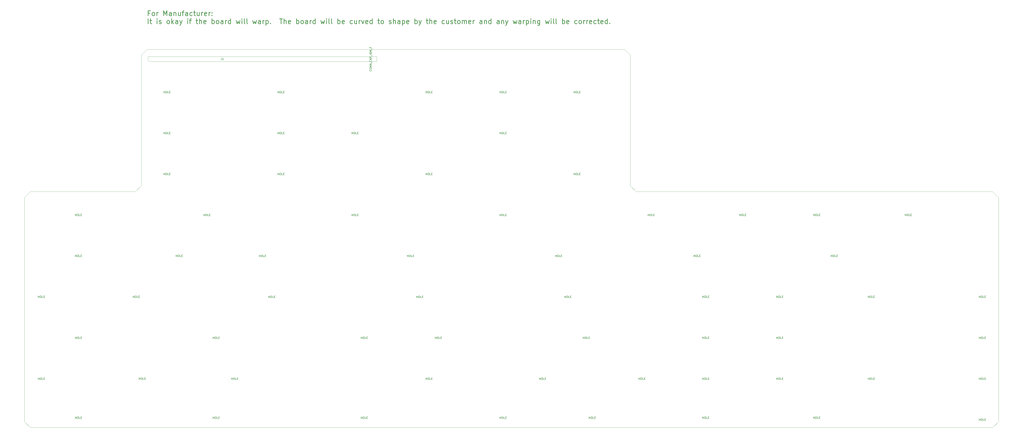
<source format=gbr>
%TF.GenerationSoftware,KiCad,Pcbnew,(5.1.7)-1*%
%TF.CreationDate,2020-10-10T22:45:47-04:00*%
%TF.ProjectId,f122,66313232-2e6b-4696-9361-645f70636258,rev?*%
%TF.SameCoordinates,PXe1237f8PYe7db780*%
%TF.FileFunction,Other,Fab,Top*%
%FSLAX46Y46*%
G04 Gerber Fmt 4.6, Leading zero omitted, Abs format (unit mm)*
G04 Created by KiCad (PCBNEW (5.1.7)-1) date 2020-10-10 22:45:47*
%MOMM*%
%LPD*%
G01*
G04 APERTURE LIST*
%ADD10C,0.300000*%
%TA.AperFunction,Profile*%
%ADD11C,0.100000*%
%TD*%
%ADD12C,0.100000*%
%ADD13C,0.150000*%
G04 APERTURE END LIST*
D10*
X-124428572Y155356429D02*
X-125275239Y155356429D01*
X-125275239Y154025953D02*
X-125275239Y156565953D01*
X-124065715Y156565953D01*
X-122735239Y154025953D02*
X-122977143Y154146905D01*
X-123098096Y154267858D01*
X-123219048Y154509762D01*
X-123219048Y155235477D01*
X-123098096Y155477381D01*
X-122977143Y155598334D01*
X-122735239Y155719286D01*
X-122372381Y155719286D01*
X-122130477Y155598334D01*
X-122009524Y155477381D01*
X-121888572Y155235477D01*
X-121888572Y154509762D01*
X-122009524Y154267858D01*
X-122130477Y154146905D01*
X-122372381Y154025953D01*
X-122735239Y154025953D01*
X-120800000Y154025953D02*
X-120800000Y155719286D01*
X-120800000Y155235477D02*
X-120679048Y155477381D01*
X-120558096Y155598334D01*
X-120316191Y155719286D01*
X-120074286Y155719286D01*
X-117292381Y154025953D02*
X-117292381Y156565953D01*
X-116445715Y154751667D01*
X-115599048Y156565953D01*
X-115599048Y154025953D01*
X-113300953Y154025953D02*
X-113300953Y155356429D01*
X-113421905Y155598334D01*
X-113663810Y155719286D01*
X-114147620Y155719286D01*
X-114389524Y155598334D01*
X-113300953Y154146905D02*
X-113542858Y154025953D01*
X-114147620Y154025953D01*
X-114389524Y154146905D01*
X-114510477Y154388810D01*
X-114510477Y154630715D01*
X-114389524Y154872620D01*
X-114147620Y154993572D01*
X-113542858Y154993572D01*
X-113300953Y155114524D01*
X-112091429Y155719286D02*
X-112091429Y154025953D01*
X-112091429Y155477381D02*
X-111970477Y155598334D01*
X-111728572Y155719286D01*
X-111365715Y155719286D01*
X-111123810Y155598334D01*
X-111002858Y155356429D01*
X-111002858Y154025953D01*
X-108704762Y155719286D02*
X-108704762Y154025953D01*
X-109793334Y155719286D02*
X-109793334Y154388810D01*
X-109672381Y154146905D01*
X-109430477Y154025953D01*
X-109067620Y154025953D01*
X-108825715Y154146905D01*
X-108704762Y154267858D01*
X-107858096Y155719286D02*
X-106890477Y155719286D01*
X-107495239Y154025953D02*
X-107495239Y156203096D01*
X-107374286Y156445000D01*
X-107132381Y156565953D01*
X-106890477Y156565953D01*
X-104955239Y154025953D02*
X-104955239Y155356429D01*
X-105076191Y155598334D01*
X-105318096Y155719286D01*
X-105801905Y155719286D01*
X-106043810Y155598334D01*
X-104955239Y154146905D02*
X-105197143Y154025953D01*
X-105801905Y154025953D01*
X-106043810Y154146905D01*
X-106164762Y154388810D01*
X-106164762Y154630715D01*
X-106043810Y154872620D01*
X-105801905Y154993572D01*
X-105197143Y154993572D01*
X-104955239Y155114524D01*
X-102657143Y154146905D02*
X-102899048Y154025953D01*
X-103382858Y154025953D01*
X-103624762Y154146905D01*
X-103745715Y154267858D01*
X-103866667Y154509762D01*
X-103866667Y155235477D01*
X-103745715Y155477381D01*
X-103624762Y155598334D01*
X-103382858Y155719286D01*
X-102899048Y155719286D01*
X-102657143Y155598334D01*
X-101931429Y155719286D02*
X-100963810Y155719286D01*
X-101568572Y156565953D02*
X-101568572Y154388810D01*
X-101447620Y154146905D01*
X-101205715Y154025953D01*
X-100963810Y154025953D01*
X-99028572Y155719286D02*
X-99028572Y154025953D01*
X-100117143Y155719286D02*
X-100117143Y154388810D01*
X-99996191Y154146905D01*
X-99754286Y154025953D01*
X-99391429Y154025953D01*
X-99149524Y154146905D01*
X-99028572Y154267858D01*
X-97819048Y154025953D02*
X-97819048Y155719286D01*
X-97819048Y155235477D02*
X-97698096Y155477381D01*
X-97577143Y155598334D01*
X-97335239Y155719286D01*
X-97093334Y155719286D01*
X-95279048Y154146905D02*
X-95520953Y154025953D01*
X-96004762Y154025953D01*
X-96246667Y154146905D01*
X-96367620Y154388810D01*
X-96367620Y155356429D01*
X-96246667Y155598334D01*
X-96004762Y155719286D01*
X-95520953Y155719286D01*
X-95279048Y155598334D01*
X-95158096Y155356429D01*
X-95158096Y155114524D01*
X-96367620Y154872620D01*
X-94069524Y154025953D02*
X-94069524Y155719286D01*
X-94069524Y155235477D02*
X-93948572Y155477381D01*
X-93827620Y155598334D01*
X-93585715Y155719286D01*
X-93343810Y155719286D01*
X-92497143Y154267858D02*
X-92376191Y154146905D01*
X-92497143Y154025953D01*
X-92618096Y154146905D01*
X-92497143Y154267858D01*
X-92497143Y154025953D01*
X-92497143Y155598334D02*
X-92376191Y155477381D01*
X-92497143Y155356429D01*
X-92618096Y155477381D01*
X-92497143Y155598334D01*
X-92497143Y155356429D01*
X-125275239Y149915953D02*
X-125275239Y152455953D01*
X-124428572Y151609286D02*
X-123460953Y151609286D01*
X-124065715Y152455953D02*
X-124065715Y150278810D01*
X-123944762Y150036905D01*
X-123702858Y149915953D01*
X-123460953Y149915953D01*
X-120679048Y149915953D02*
X-120679048Y151609286D01*
X-120679048Y152455953D02*
X-120800000Y152335000D01*
X-120679048Y152214048D01*
X-120558096Y152335000D01*
X-120679048Y152455953D01*
X-120679048Y152214048D01*
X-119590477Y150036905D02*
X-119348572Y149915953D01*
X-118864762Y149915953D01*
X-118622858Y150036905D01*
X-118501905Y150278810D01*
X-118501905Y150399762D01*
X-118622858Y150641667D01*
X-118864762Y150762620D01*
X-119227620Y150762620D01*
X-119469524Y150883572D01*
X-119590477Y151125477D01*
X-119590477Y151246429D01*
X-119469524Y151488334D01*
X-119227620Y151609286D01*
X-118864762Y151609286D01*
X-118622858Y151488334D01*
X-115115239Y149915953D02*
X-115357143Y150036905D01*
X-115478096Y150157858D01*
X-115599048Y150399762D01*
X-115599048Y151125477D01*
X-115478096Y151367381D01*
X-115357143Y151488334D01*
X-115115239Y151609286D01*
X-114752381Y151609286D01*
X-114510477Y151488334D01*
X-114389524Y151367381D01*
X-114268572Y151125477D01*
X-114268572Y150399762D01*
X-114389524Y150157858D01*
X-114510477Y150036905D01*
X-114752381Y149915953D01*
X-115115239Y149915953D01*
X-113180000Y149915953D02*
X-113180000Y152455953D01*
X-112938096Y150883572D02*
X-112212381Y149915953D01*
X-112212381Y151609286D02*
X-113180000Y150641667D01*
X-110035239Y149915953D02*
X-110035239Y151246429D01*
X-110156191Y151488334D01*
X-110398096Y151609286D01*
X-110881905Y151609286D01*
X-111123810Y151488334D01*
X-110035239Y150036905D02*
X-110277143Y149915953D01*
X-110881905Y149915953D01*
X-111123810Y150036905D01*
X-111244762Y150278810D01*
X-111244762Y150520715D01*
X-111123810Y150762620D01*
X-110881905Y150883572D01*
X-110277143Y150883572D01*
X-110035239Y151004524D01*
X-109067620Y151609286D02*
X-108462858Y149915953D01*
X-107858096Y151609286D02*
X-108462858Y149915953D01*
X-108704762Y149311191D01*
X-108825715Y149190239D01*
X-109067620Y149069286D01*
X-104955239Y149915953D02*
X-104955239Y151609286D01*
X-104955239Y152455953D02*
X-105076191Y152335000D01*
X-104955239Y152214048D01*
X-104834286Y152335000D01*
X-104955239Y152455953D01*
X-104955239Y152214048D01*
X-104108572Y151609286D02*
X-103140953Y151609286D01*
X-103745715Y149915953D02*
X-103745715Y152093096D01*
X-103624762Y152335000D01*
X-103382858Y152455953D01*
X-103140953Y152455953D01*
X-100721905Y151609286D02*
X-99754286Y151609286D01*
X-100359048Y152455953D02*
X-100359048Y150278810D01*
X-100238096Y150036905D01*
X-99996191Y149915953D01*
X-99754286Y149915953D01*
X-98907620Y149915953D02*
X-98907620Y152455953D01*
X-97819048Y149915953D02*
X-97819048Y151246429D01*
X-97940000Y151488334D01*
X-98181905Y151609286D01*
X-98544762Y151609286D01*
X-98786667Y151488334D01*
X-98907620Y151367381D01*
X-95641905Y150036905D02*
X-95883810Y149915953D01*
X-96367620Y149915953D01*
X-96609524Y150036905D01*
X-96730477Y150278810D01*
X-96730477Y151246429D01*
X-96609524Y151488334D01*
X-96367620Y151609286D01*
X-95883810Y151609286D01*
X-95641905Y151488334D01*
X-95520953Y151246429D01*
X-95520953Y151004524D01*
X-96730477Y150762620D01*
X-92497143Y149915953D02*
X-92497143Y152455953D01*
X-92497143Y151488334D02*
X-92255239Y151609286D01*
X-91771429Y151609286D01*
X-91529524Y151488334D01*
X-91408572Y151367381D01*
X-91287620Y151125477D01*
X-91287620Y150399762D01*
X-91408572Y150157858D01*
X-91529524Y150036905D01*
X-91771429Y149915953D01*
X-92255239Y149915953D01*
X-92497143Y150036905D01*
X-89836191Y149915953D02*
X-90078096Y150036905D01*
X-90199048Y150157858D01*
X-90320000Y150399762D01*
X-90320000Y151125477D01*
X-90199048Y151367381D01*
X-90078096Y151488334D01*
X-89836191Y151609286D01*
X-89473334Y151609286D01*
X-89231429Y151488334D01*
X-89110477Y151367381D01*
X-88989524Y151125477D01*
X-88989524Y150399762D01*
X-89110477Y150157858D01*
X-89231429Y150036905D01*
X-89473334Y149915953D01*
X-89836191Y149915953D01*
X-86812381Y149915953D02*
X-86812381Y151246429D01*
X-86933334Y151488334D01*
X-87175239Y151609286D01*
X-87659048Y151609286D01*
X-87900953Y151488334D01*
X-86812381Y150036905D02*
X-87054286Y149915953D01*
X-87659048Y149915953D01*
X-87900953Y150036905D01*
X-88021905Y150278810D01*
X-88021905Y150520715D01*
X-87900953Y150762620D01*
X-87659048Y150883572D01*
X-87054286Y150883572D01*
X-86812381Y151004524D01*
X-85602858Y149915953D02*
X-85602858Y151609286D01*
X-85602858Y151125477D02*
X-85481905Y151367381D01*
X-85360953Y151488334D01*
X-85119048Y151609286D01*
X-84877143Y151609286D01*
X-82941905Y149915953D02*
X-82941905Y152455953D01*
X-82941905Y150036905D02*
X-83183810Y149915953D01*
X-83667620Y149915953D01*
X-83909524Y150036905D01*
X-84030477Y150157858D01*
X-84151429Y150399762D01*
X-84151429Y151125477D01*
X-84030477Y151367381D01*
X-83909524Y151488334D01*
X-83667620Y151609286D01*
X-83183810Y151609286D01*
X-82941905Y151488334D01*
X-80039048Y151609286D02*
X-79555239Y149915953D01*
X-79071429Y151125477D01*
X-78587620Y149915953D01*
X-78103810Y151609286D01*
X-77136191Y149915953D02*
X-77136191Y151609286D01*
X-77136191Y152455953D02*
X-77257143Y152335000D01*
X-77136191Y152214048D01*
X-77015239Y152335000D01*
X-77136191Y152455953D01*
X-77136191Y152214048D01*
X-75563810Y149915953D02*
X-75805715Y150036905D01*
X-75926667Y150278810D01*
X-75926667Y152455953D01*
X-74233334Y149915953D02*
X-74475239Y150036905D01*
X-74596191Y150278810D01*
X-74596191Y152455953D01*
X-71572381Y151609286D02*
X-71088572Y149915953D01*
X-70604762Y151125477D01*
X-70120953Y149915953D01*
X-69637143Y151609286D01*
X-67580953Y149915953D02*
X-67580953Y151246429D01*
X-67701905Y151488334D01*
X-67943810Y151609286D01*
X-68427620Y151609286D01*
X-68669524Y151488334D01*
X-67580953Y150036905D02*
X-67822858Y149915953D01*
X-68427620Y149915953D01*
X-68669524Y150036905D01*
X-68790477Y150278810D01*
X-68790477Y150520715D01*
X-68669524Y150762620D01*
X-68427620Y150883572D01*
X-67822858Y150883572D01*
X-67580953Y151004524D01*
X-66371429Y149915953D02*
X-66371429Y151609286D01*
X-66371429Y151125477D02*
X-66250477Y151367381D01*
X-66129524Y151488334D01*
X-65887620Y151609286D01*
X-65645715Y151609286D01*
X-64799048Y151609286D02*
X-64799048Y149069286D01*
X-64799048Y151488334D02*
X-64557143Y151609286D01*
X-64073334Y151609286D01*
X-63831429Y151488334D01*
X-63710477Y151367381D01*
X-63589524Y151125477D01*
X-63589524Y150399762D01*
X-63710477Y150157858D01*
X-63831429Y150036905D01*
X-64073334Y149915953D01*
X-64557143Y149915953D01*
X-64799048Y150036905D01*
X-62500953Y150157858D02*
X-62380000Y150036905D01*
X-62500953Y149915953D01*
X-62621905Y150036905D01*
X-62500953Y150157858D01*
X-62500953Y149915953D01*
X-57783810Y152455953D02*
X-56332381Y152455953D01*
X-57058096Y149915953D02*
X-57058096Y152455953D01*
X-55485715Y149915953D02*
X-55485715Y152455953D01*
X-54397143Y149915953D02*
X-54397143Y151246429D01*
X-54518096Y151488334D01*
X-54760000Y151609286D01*
X-55122858Y151609286D01*
X-55364762Y151488334D01*
X-55485715Y151367381D01*
X-52220000Y150036905D02*
X-52461905Y149915953D01*
X-52945715Y149915953D01*
X-53187620Y150036905D01*
X-53308572Y150278810D01*
X-53308572Y151246429D01*
X-53187620Y151488334D01*
X-52945715Y151609286D01*
X-52461905Y151609286D01*
X-52220000Y151488334D01*
X-52099048Y151246429D01*
X-52099048Y151004524D01*
X-53308572Y150762620D01*
X-49075239Y149915953D02*
X-49075239Y152455953D01*
X-49075239Y151488334D02*
X-48833334Y151609286D01*
X-48349524Y151609286D01*
X-48107620Y151488334D01*
X-47986667Y151367381D01*
X-47865715Y151125477D01*
X-47865715Y150399762D01*
X-47986667Y150157858D01*
X-48107620Y150036905D01*
X-48349524Y149915953D01*
X-48833334Y149915953D01*
X-49075239Y150036905D01*
X-46414286Y149915953D02*
X-46656191Y150036905D01*
X-46777143Y150157858D01*
X-46898096Y150399762D01*
X-46898096Y151125477D01*
X-46777143Y151367381D01*
X-46656191Y151488334D01*
X-46414286Y151609286D01*
X-46051429Y151609286D01*
X-45809524Y151488334D01*
X-45688572Y151367381D01*
X-45567620Y151125477D01*
X-45567620Y150399762D01*
X-45688572Y150157858D01*
X-45809524Y150036905D01*
X-46051429Y149915953D01*
X-46414286Y149915953D01*
X-43390477Y149915953D02*
X-43390477Y151246429D01*
X-43511429Y151488334D01*
X-43753334Y151609286D01*
X-44237143Y151609286D01*
X-44479048Y151488334D01*
X-43390477Y150036905D02*
X-43632381Y149915953D01*
X-44237143Y149915953D01*
X-44479048Y150036905D01*
X-44600000Y150278810D01*
X-44600000Y150520715D01*
X-44479048Y150762620D01*
X-44237143Y150883572D01*
X-43632381Y150883572D01*
X-43390477Y151004524D01*
X-42180953Y149915953D02*
X-42180953Y151609286D01*
X-42180953Y151125477D02*
X-42060000Y151367381D01*
X-41939048Y151488334D01*
X-41697143Y151609286D01*
X-41455239Y151609286D01*
X-39520000Y149915953D02*
X-39520000Y152455953D01*
X-39520000Y150036905D02*
X-39761905Y149915953D01*
X-40245715Y149915953D01*
X-40487620Y150036905D01*
X-40608572Y150157858D01*
X-40729524Y150399762D01*
X-40729524Y151125477D01*
X-40608572Y151367381D01*
X-40487620Y151488334D01*
X-40245715Y151609286D01*
X-39761905Y151609286D01*
X-39520000Y151488334D01*
X-36617143Y151609286D02*
X-36133334Y149915953D01*
X-35649524Y151125477D01*
X-35165715Y149915953D01*
X-34681905Y151609286D01*
X-33714286Y149915953D02*
X-33714286Y151609286D01*
X-33714286Y152455953D02*
X-33835239Y152335000D01*
X-33714286Y152214048D01*
X-33593334Y152335000D01*
X-33714286Y152455953D01*
X-33714286Y152214048D01*
X-32141905Y149915953D02*
X-32383810Y150036905D01*
X-32504762Y150278810D01*
X-32504762Y152455953D01*
X-30811429Y149915953D02*
X-31053334Y150036905D01*
X-31174286Y150278810D01*
X-31174286Y152455953D01*
X-27908572Y149915953D02*
X-27908572Y152455953D01*
X-27908572Y151488334D02*
X-27666667Y151609286D01*
X-27182858Y151609286D01*
X-26940953Y151488334D01*
X-26820000Y151367381D01*
X-26699048Y151125477D01*
X-26699048Y150399762D01*
X-26820000Y150157858D01*
X-26940953Y150036905D01*
X-27182858Y149915953D01*
X-27666667Y149915953D01*
X-27908572Y150036905D01*
X-24642858Y150036905D02*
X-24884762Y149915953D01*
X-25368572Y149915953D01*
X-25610477Y150036905D01*
X-25731429Y150278810D01*
X-25731429Y151246429D01*
X-25610477Y151488334D01*
X-25368572Y151609286D01*
X-24884762Y151609286D01*
X-24642858Y151488334D01*
X-24521905Y151246429D01*
X-24521905Y151004524D01*
X-25731429Y150762620D01*
X-20409524Y150036905D02*
X-20651429Y149915953D01*
X-21135239Y149915953D01*
X-21377143Y150036905D01*
X-21498096Y150157858D01*
X-21619048Y150399762D01*
X-21619048Y151125477D01*
X-21498096Y151367381D01*
X-21377143Y151488334D01*
X-21135239Y151609286D01*
X-20651429Y151609286D01*
X-20409524Y151488334D01*
X-18232381Y151609286D02*
X-18232381Y149915953D01*
X-19320953Y151609286D02*
X-19320953Y150278810D01*
X-19200000Y150036905D01*
X-18958096Y149915953D01*
X-18595239Y149915953D01*
X-18353334Y150036905D01*
X-18232381Y150157858D01*
X-17022858Y149915953D02*
X-17022858Y151609286D01*
X-17022858Y151125477D02*
X-16901905Y151367381D01*
X-16780953Y151488334D01*
X-16539048Y151609286D01*
X-16297143Y151609286D01*
X-15692381Y151609286D02*
X-15087620Y149915953D01*
X-14482858Y151609286D01*
X-12547620Y150036905D02*
X-12789524Y149915953D01*
X-13273334Y149915953D01*
X-13515239Y150036905D01*
X-13636191Y150278810D01*
X-13636191Y151246429D01*
X-13515239Y151488334D01*
X-13273334Y151609286D01*
X-12789524Y151609286D01*
X-12547620Y151488334D01*
X-12426667Y151246429D01*
X-12426667Y151004524D01*
X-13636191Y150762620D01*
X-10249524Y149915953D02*
X-10249524Y152455953D01*
X-10249524Y150036905D02*
X-10491429Y149915953D01*
X-10975239Y149915953D01*
X-11217143Y150036905D01*
X-11338096Y150157858D01*
X-11459048Y150399762D01*
X-11459048Y151125477D01*
X-11338096Y151367381D01*
X-11217143Y151488334D01*
X-10975239Y151609286D01*
X-10491429Y151609286D01*
X-10249524Y151488334D01*
X-7467620Y151609286D02*
X-6500001Y151609286D01*
X-7104762Y152455953D02*
X-7104762Y150278810D01*
X-6983810Y150036905D01*
X-6741905Y149915953D01*
X-6500001Y149915953D01*
X-5290477Y149915953D02*
X-5532381Y150036905D01*
X-5653334Y150157858D01*
X-5774286Y150399762D01*
X-5774286Y151125477D01*
X-5653334Y151367381D01*
X-5532381Y151488334D01*
X-5290477Y151609286D01*
X-4927620Y151609286D01*
X-4685715Y151488334D01*
X-4564762Y151367381D01*
X-4443810Y151125477D01*
X-4443810Y150399762D01*
X-4564762Y150157858D01*
X-4685715Y150036905D01*
X-4927620Y149915953D01*
X-5290477Y149915953D01*
X-1540953Y150036905D02*
X-1299048Y149915953D01*
X-815239Y149915953D01*
X-573334Y150036905D01*
X-452381Y150278810D01*
X-452381Y150399762D01*
X-573334Y150641667D01*
X-815239Y150762620D01*
X-1178096Y150762620D01*
X-1420001Y150883572D01*
X-1540953Y151125477D01*
X-1540953Y151246429D01*
X-1420001Y151488334D01*
X-1178096Y151609286D01*
X-815239Y151609286D01*
X-573334Y151488334D01*
X636190Y149915953D02*
X636190Y152455953D01*
X1724761Y149915953D02*
X1724761Y151246429D01*
X1603809Y151488334D01*
X1361904Y151609286D01*
X999047Y151609286D01*
X757142Y151488334D01*
X636190Y151367381D01*
X4022857Y149915953D02*
X4022857Y151246429D01*
X3901904Y151488334D01*
X3659999Y151609286D01*
X3176190Y151609286D01*
X2934285Y151488334D01*
X4022857Y150036905D02*
X3780952Y149915953D01*
X3176190Y149915953D01*
X2934285Y150036905D01*
X2813333Y150278810D01*
X2813333Y150520715D01*
X2934285Y150762620D01*
X3176190Y150883572D01*
X3780952Y150883572D01*
X4022857Y151004524D01*
X5232380Y151609286D02*
X5232380Y149069286D01*
X5232380Y151488334D02*
X5474285Y151609286D01*
X5958095Y151609286D01*
X6199999Y151488334D01*
X6320952Y151367381D01*
X6441904Y151125477D01*
X6441904Y150399762D01*
X6320952Y150157858D01*
X6199999Y150036905D01*
X5958095Y149915953D01*
X5474285Y149915953D01*
X5232380Y150036905D01*
X8498095Y150036905D02*
X8256190Y149915953D01*
X7772380Y149915953D01*
X7530476Y150036905D01*
X7409523Y150278810D01*
X7409523Y151246429D01*
X7530476Y151488334D01*
X7772380Y151609286D01*
X8256190Y151609286D01*
X8498095Y151488334D01*
X8619047Y151246429D01*
X8619047Y151004524D01*
X7409523Y150762620D01*
X11642857Y149915953D02*
X11642857Y152455953D01*
X11642857Y151488334D02*
X11884761Y151609286D01*
X12368571Y151609286D01*
X12610476Y151488334D01*
X12731428Y151367381D01*
X12852380Y151125477D01*
X12852380Y150399762D01*
X12731428Y150157858D01*
X12610476Y150036905D01*
X12368571Y149915953D01*
X11884761Y149915953D01*
X11642857Y150036905D01*
X13699047Y151609286D02*
X14303809Y149915953D01*
X14908571Y151609286D02*
X14303809Y149915953D01*
X14061904Y149311191D01*
X13940952Y149190239D01*
X13699047Y149069286D01*
X17448571Y151609286D02*
X18416190Y151609286D01*
X17811428Y152455953D02*
X17811428Y150278810D01*
X17932380Y150036905D01*
X18174285Y149915953D01*
X18416190Y149915953D01*
X19262857Y149915953D02*
X19262857Y152455953D01*
X20351428Y149915953D02*
X20351428Y151246429D01*
X20230476Y151488334D01*
X19988571Y151609286D01*
X19625714Y151609286D01*
X19383809Y151488334D01*
X19262857Y151367381D01*
X22528571Y150036905D02*
X22286666Y149915953D01*
X21802857Y149915953D01*
X21560952Y150036905D01*
X21439999Y150278810D01*
X21439999Y151246429D01*
X21560952Y151488334D01*
X21802857Y151609286D01*
X22286666Y151609286D01*
X22528571Y151488334D01*
X22649523Y151246429D01*
X22649523Y151004524D01*
X21439999Y150762620D01*
X26761904Y150036905D02*
X26519999Y149915953D01*
X26036190Y149915953D01*
X25794285Y150036905D01*
X25673333Y150157858D01*
X25552380Y150399762D01*
X25552380Y151125477D01*
X25673333Y151367381D01*
X25794285Y151488334D01*
X26036190Y151609286D01*
X26519999Y151609286D01*
X26761904Y151488334D01*
X28939047Y151609286D02*
X28939047Y149915953D01*
X27850476Y151609286D02*
X27850476Y150278810D01*
X27971428Y150036905D01*
X28213333Y149915953D01*
X28576190Y149915953D01*
X28818095Y150036905D01*
X28939047Y150157858D01*
X30027619Y150036905D02*
X30269523Y149915953D01*
X30753333Y149915953D01*
X30995238Y150036905D01*
X31116190Y150278810D01*
X31116190Y150399762D01*
X30995238Y150641667D01*
X30753333Y150762620D01*
X30390476Y150762620D01*
X30148571Y150883572D01*
X30027619Y151125477D01*
X30027619Y151246429D01*
X30148571Y151488334D01*
X30390476Y151609286D01*
X30753333Y151609286D01*
X30995238Y151488334D01*
X31841904Y151609286D02*
X32809523Y151609286D01*
X32204761Y152455953D02*
X32204761Y150278810D01*
X32325714Y150036905D01*
X32567619Y149915953D01*
X32809523Y149915953D01*
X34019047Y149915953D02*
X33777142Y150036905D01*
X33656190Y150157858D01*
X33535238Y150399762D01*
X33535238Y151125477D01*
X33656190Y151367381D01*
X33777142Y151488334D01*
X34019047Y151609286D01*
X34381904Y151609286D01*
X34623809Y151488334D01*
X34744761Y151367381D01*
X34865714Y151125477D01*
X34865714Y150399762D01*
X34744761Y150157858D01*
X34623809Y150036905D01*
X34381904Y149915953D01*
X34019047Y149915953D01*
X35954285Y149915953D02*
X35954285Y151609286D01*
X35954285Y151367381D02*
X36075238Y151488334D01*
X36317142Y151609286D01*
X36679999Y151609286D01*
X36921904Y151488334D01*
X37042857Y151246429D01*
X37042857Y149915953D01*
X37042857Y151246429D02*
X37163809Y151488334D01*
X37405714Y151609286D01*
X37768571Y151609286D01*
X38010476Y151488334D01*
X38131428Y151246429D01*
X38131428Y149915953D01*
X40308571Y150036905D02*
X40066666Y149915953D01*
X39582857Y149915953D01*
X39340952Y150036905D01*
X39219999Y150278810D01*
X39219999Y151246429D01*
X39340952Y151488334D01*
X39582857Y151609286D01*
X40066666Y151609286D01*
X40308571Y151488334D01*
X40429523Y151246429D01*
X40429523Y151004524D01*
X39219999Y150762620D01*
X41518095Y149915953D02*
X41518095Y151609286D01*
X41518095Y151125477D02*
X41639047Y151367381D01*
X41759999Y151488334D01*
X42001904Y151609286D01*
X42243809Y151609286D01*
X46114285Y149915953D02*
X46114285Y151246429D01*
X45993333Y151488334D01*
X45751428Y151609286D01*
X45267619Y151609286D01*
X45025714Y151488334D01*
X46114285Y150036905D02*
X45872380Y149915953D01*
X45267619Y149915953D01*
X45025714Y150036905D01*
X44904761Y150278810D01*
X44904761Y150520715D01*
X45025714Y150762620D01*
X45267619Y150883572D01*
X45872380Y150883572D01*
X46114285Y151004524D01*
X47323809Y151609286D02*
X47323809Y149915953D01*
X47323809Y151367381D02*
X47444761Y151488334D01*
X47686666Y151609286D01*
X48049523Y151609286D01*
X48291428Y151488334D01*
X48412380Y151246429D01*
X48412380Y149915953D01*
X50710476Y149915953D02*
X50710476Y152455953D01*
X50710476Y150036905D02*
X50468571Y149915953D01*
X49984761Y149915953D01*
X49742857Y150036905D01*
X49621904Y150157858D01*
X49500952Y150399762D01*
X49500952Y151125477D01*
X49621904Y151367381D01*
X49742857Y151488334D01*
X49984761Y151609286D01*
X50468571Y151609286D01*
X50710476Y151488334D01*
X54943809Y149915953D02*
X54943809Y151246429D01*
X54822857Y151488334D01*
X54580952Y151609286D01*
X54097142Y151609286D01*
X53855238Y151488334D01*
X54943809Y150036905D02*
X54701904Y149915953D01*
X54097142Y149915953D01*
X53855238Y150036905D01*
X53734285Y150278810D01*
X53734285Y150520715D01*
X53855238Y150762620D01*
X54097142Y150883572D01*
X54701904Y150883572D01*
X54943809Y151004524D01*
X56153333Y151609286D02*
X56153333Y149915953D01*
X56153333Y151367381D02*
X56274285Y151488334D01*
X56516190Y151609286D01*
X56879047Y151609286D01*
X57120952Y151488334D01*
X57241904Y151246429D01*
X57241904Y149915953D01*
X58209523Y151609286D02*
X58814285Y149915953D01*
X59419047Y151609286D02*
X58814285Y149915953D01*
X58572380Y149311191D01*
X58451428Y149190239D01*
X58209523Y149069286D01*
X62079999Y151609286D02*
X62563809Y149915953D01*
X63047619Y151125477D01*
X63531428Y149915953D01*
X64015238Y151609286D01*
X66071428Y149915953D02*
X66071428Y151246429D01*
X65950476Y151488334D01*
X65708571Y151609286D01*
X65224761Y151609286D01*
X64982857Y151488334D01*
X66071428Y150036905D02*
X65829523Y149915953D01*
X65224761Y149915953D01*
X64982857Y150036905D01*
X64861904Y150278810D01*
X64861904Y150520715D01*
X64982857Y150762620D01*
X65224761Y150883572D01*
X65829523Y150883572D01*
X66071428Y151004524D01*
X67280952Y149915953D02*
X67280952Y151609286D01*
X67280952Y151125477D02*
X67401904Y151367381D01*
X67522857Y151488334D01*
X67764761Y151609286D01*
X68006666Y151609286D01*
X68853333Y151609286D02*
X68853333Y149069286D01*
X68853333Y151488334D02*
X69095238Y151609286D01*
X69579047Y151609286D01*
X69820952Y151488334D01*
X69941904Y151367381D01*
X70062857Y151125477D01*
X70062857Y150399762D01*
X69941904Y150157858D01*
X69820952Y150036905D01*
X69579047Y149915953D01*
X69095238Y149915953D01*
X68853333Y150036905D01*
X71151428Y149915953D02*
X71151428Y151609286D01*
X71151428Y152455953D02*
X71030476Y152335000D01*
X71151428Y152214048D01*
X71272380Y152335000D01*
X71151428Y152455953D01*
X71151428Y152214048D01*
X72360952Y151609286D02*
X72360952Y149915953D01*
X72360952Y151367381D02*
X72481904Y151488334D01*
X72723809Y151609286D01*
X73086666Y151609286D01*
X73328571Y151488334D01*
X73449523Y151246429D01*
X73449523Y149915953D01*
X75747619Y151609286D02*
X75747619Y149553096D01*
X75626666Y149311191D01*
X75505714Y149190239D01*
X75263809Y149069286D01*
X74900952Y149069286D01*
X74659047Y149190239D01*
X75747619Y150036905D02*
X75505714Y149915953D01*
X75021904Y149915953D01*
X74779999Y150036905D01*
X74659047Y150157858D01*
X74538095Y150399762D01*
X74538095Y151125477D01*
X74659047Y151367381D01*
X74779999Y151488334D01*
X75021904Y151609286D01*
X75505714Y151609286D01*
X75747619Y151488334D01*
X78650476Y151609286D02*
X79134285Y149915953D01*
X79618095Y151125477D01*
X80101904Y149915953D01*
X80585714Y151609286D01*
X81553333Y149915953D02*
X81553333Y151609286D01*
X81553333Y152455953D02*
X81432380Y152335000D01*
X81553333Y152214048D01*
X81674285Y152335000D01*
X81553333Y152455953D01*
X81553333Y152214048D01*
X83125714Y149915953D02*
X82883809Y150036905D01*
X82762857Y150278810D01*
X82762857Y152455953D01*
X84456190Y149915953D02*
X84214285Y150036905D01*
X84093333Y150278810D01*
X84093333Y152455953D01*
X87359047Y149915953D02*
X87359047Y152455953D01*
X87359047Y151488334D02*
X87600952Y151609286D01*
X88084761Y151609286D01*
X88326666Y151488334D01*
X88447619Y151367381D01*
X88568571Y151125477D01*
X88568571Y150399762D01*
X88447619Y150157858D01*
X88326666Y150036905D01*
X88084761Y149915953D01*
X87600952Y149915953D01*
X87359047Y150036905D01*
X90624761Y150036905D02*
X90382857Y149915953D01*
X89899047Y149915953D01*
X89657142Y150036905D01*
X89536190Y150278810D01*
X89536190Y151246429D01*
X89657142Y151488334D01*
X89899047Y151609286D01*
X90382857Y151609286D01*
X90624761Y151488334D01*
X90745714Y151246429D01*
X90745714Y151004524D01*
X89536190Y150762620D01*
X94858095Y150036905D02*
X94616190Y149915953D01*
X94132380Y149915953D01*
X93890476Y150036905D01*
X93769523Y150157858D01*
X93648571Y150399762D01*
X93648571Y151125477D01*
X93769523Y151367381D01*
X93890476Y151488334D01*
X94132380Y151609286D01*
X94616190Y151609286D01*
X94858095Y151488334D01*
X96309523Y149915953D02*
X96067619Y150036905D01*
X95946666Y150157858D01*
X95825714Y150399762D01*
X95825714Y151125477D01*
X95946666Y151367381D01*
X96067619Y151488334D01*
X96309523Y151609286D01*
X96672380Y151609286D01*
X96914285Y151488334D01*
X97035238Y151367381D01*
X97156190Y151125477D01*
X97156190Y150399762D01*
X97035238Y150157858D01*
X96914285Y150036905D01*
X96672380Y149915953D01*
X96309523Y149915953D01*
X98244761Y149915953D02*
X98244761Y151609286D01*
X98244761Y151125477D02*
X98365714Y151367381D01*
X98486666Y151488334D01*
X98728571Y151609286D01*
X98970476Y151609286D01*
X99817142Y149915953D02*
X99817142Y151609286D01*
X99817142Y151125477D02*
X99938095Y151367381D01*
X100059047Y151488334D01*
X100300952Y151609286D01*
X100542857Y151609286D01*
X102357142Y150036905D02*
X102115238Y149915953D01*
X101631428Y149915953D01*
X101389523Y150036905D01*
X101268571Y150278810D01*
X101268571Y151246429D01*
X101389523Y151488334D01*
X101631428Y151609286D01*
X102115238Y151609286D01*
X102357142Y151488334D01*
X102478095Y151246429D01*
X102478095Y151004524D01*
X101268571Y150762620D01*
X104655238Y150036905D02*
X104413333Y149915953D01*
X103929523Y149915953D01*
X103687619Y150036905D01*
X103566666Y150157858D01*
X103445714Y150399762D01*
X103445714Y151125477D01*
X103566666Y151367381D01*
X103687619Y151488334D01*
X103929523Y151609286D01*
X104413333Y151609286D01*
X104655238Y151488334D01*
X105380952Y151609286D02*
X106348571Y151609286D01*
X105743809Y152455953D02*
X105743809Y150278810D01*
X105864761Y150036905D01*
X106106666Y149915953D01*
X106348571Y149915953D01*
X108162857Y150036905D02*
X107920952Y149915953D01*
X107437142Y149915953D01*
X107195238Y150036905D01*
X107074285Y150278810D01*
X107074285Y151246429D01*
X107195238Y151488334D01*
X107437142Y151609286D01*
X107920952Y151609286D01*
X108162857Y151488334D01*
X108283809Y151246429D01*
X108283809Y151004524D01*
X107074285Y150762620D01*
X110460952Y149915953D02*
X110460952Y152455953D01*
X110460952Y150036905D02*
X110219047Y149915953D01*
X109735238Y149915953D01*
X109493333Y150036905D01*
X109372380Y150157858D01*
X109251428Y150399762D01*
X109251428Y151125477D01*
X109372380Y151367381D01*
X109493333Y151488334D01*
X109735238Y151609286D01*
X110219047Y151609286D01*
X110460952Y151488334D01*
X111670476Y150157858D02*
X111791428Y150036905D01*
X111670476Y149915953D01*
X111549523Y150036905D01*
X111670476Y150157858D01*
X111670476Y149915953D01*
D11*
X-131760000Y63785000D02*
X-128760000Y66785000D01*
X125240000Y63785000D02*
X122240000Y66785000D01*
X122240000Y133785000D02*
X119240000Y136785000D01*
X122240000Y133785000D02*
X122240000Y66785000D01*
X-128760000Y133785000D02*
X-125760000Y136785000D01*
X-128760000Y133785000D02*
X-128760000Y66785000D01*
X311240000Y60785000D02*
X308240000Y63785000D01*
X-188760000Y60785000D02*
X-185760000Y63785000D01*
X308240000Y-57215000D02*
X311240000Y-54215000D01*
X-185760000Y-57215000D02*
X-188760000Y-54215000D01*
X125240000Y63785000D02*
X308240000Y63785000D01*
X-188760000Y60785000D02*
X-188760000Y-54215000D01*
X-185760000Y-57215000D02*
X308240000Y-57215000D01*
X-185760000Y63785000D02*
X-131760000Y63785000D01*
X-125760000Y136785000D02*
X119240000Y136785000D01*
X311240000Y60785000D02*
X311240000Y-54215000D01*
D12*
%TO.C,J1*%
X-125345000Y131150000D02*
X-125345000Y133055000D01*
X-125345000Y133055000D02*
X-7965000Y133055000D01*
X-7965000Y133055000D02*
X-7965000Y130515000D01*
X-7965000Y130515000D02*
X-124710000Y130515000D01*
X-124710000Y130515000D02*
X-125345000Y131150000D01*
%TD*%
%TO.C,J1*%
D13*
X-10687858Y126213572D02*
X-10640239Y126165953D01*
X-10592620Y126023096D01*
X-10592620Y125927858D01*
X-10640239Y125785000D01*
X-10735477Y125689762D01*
X-10830715Y125642143D01*
X-11021191Y125594524D01*
X-11164048Y125594524D01*
X-11354524Y125642143D01*
X-11449762Y125689762D01*
X-11545000Y125785000D01*
X-11592620Y125927858D01*
X-11592620Y126023096D01*
X-11545000Y126165953D01*
X-11497381Y126213572D01*
X-11592620Y126832620D02*
X-11592620Y127023096D01*
X-11545000Y127118334D01*
X-11449762Y127213572D01*
X-11259286Y127261191D01*
X-10925953Y127261191D01*
X-10735477Y127213572D01*
X-10640239Y127118334D01*
X-10592620Y127023096D01*
X-10592620Y126832620D01*
X-10640239Y126737381D01*
X-10735477Y126642143D01*
X-10925953Y126594524D01*
X-11259286Y126594524D01*
X-11449762Y126642143D01*
X-11545000Y126737381D01*
X-11592620Y126832620D01*
X-10592620Y127689762D02*
X-11592620Y127689762D01*
X-10592620Y128261191D01*
X-11592620Y128261191D01*
X-10592620Y128737381D02*
X-11592620Y128737381D01*
X-10592620Y129308810D01*
X-11592620Y129308810D01*
X-10497381Y129546905D02*
X-10497381Y130308810D01*
X-10687858Y131118334D02*
X-10640239Y131070715D01*
X-10592620Y130927858D01*
X-10592620Y130832620D01*
X-10640239Y130689762D01*
X-10735477Y130594524D01*
X-10830715Y130546905D01*
X-11021191Y130499286D01*
X-11164048Y130499286D01*
X-11354524Y130546905D01*
X-11449762Y130594524D01*
X-11545000Y130689762D01*
X-11592620Y130832620D01*
X-11592620Y130927858D01*
X-11545000Y131070715D01*
X-11497381Y131118334D01*
X-10878334Y131499286D02*
X-10878334Y131975477D01*
X-10592620Y131404048D02*
X-11592620Y131737381D01*
X-10592620Y132070715D01*
X-10592620Y132404048D02*
X-11592620Y132404048D01*
X-11592620Y132785000D01*
X-11545000Y132880239D01*
X-11497381Y132927858D01*
X-11402143Y132975477D01*
X-11259286Y132975477D01*
X-11164048Y132927858D01*
X-11116429Y132880239D01*
X-11068810Y132785000D01*
X-11068810Y132404048D01*
X-10497381Y133165953D02*
X-10497381Y133927858D01*
X-10592620Y134165953D02*
X-11592620Y134165953D01*
X-11116429Y134975477D02*
X-11068810Y135118334D01*
X-11021191Y135165953D01*
X-10925953Y135213572D01*
X-10783096Y135213572D01*
X-10687858Y135165953D01*
X-10640239Y135118334D01*
X-10592620Y135023096D01*
X-10592620Y134642143D01*
X-11592620Y134642143D01*
X-11592620Y134975477D01*
X-11545000Y135070715D01*
X-11497381Y135118334D01*
X-11402143Y135165953D01*
X-11306905Y135165953D01*
X-11211667Y135118334D01*
X-11164048Y135070715D01*
X-11116429Y134975477D01*
X-11116429Y134642143D01*
X-10592620Y135642143D02*
X-11592620Y135642143D01*
X-10878334Y135975477D01*
X-11592620Y136308810D01*
X-10592620Y136308810D01*
X-10497381Y136546905D02*
X-10497381Y137308810D01*
X-11116429Y137880239D02*
X-11116429Y137546905D01*
X-10592620Y137546905D02*
X-11592620Y137546905D01*
X-11592620Y138023096D01*
X-87578334Y132332620D02*
X-87578334Y131618334D01*
X-87625953Y131475477D01*
X-87721191Y131380239D01*
X-87864048Y131332620D01*
X-87959286Y131332620D01*
X-86578334Y131332620D02*
X-87149762Y131332620D01*
X-86864048Y131332620D02*
X-86864048Y132332620D01*
X-86959286Y132189762D01*
X-87054524Y132094524D01*
X-87149762Y132046905D01*
%TO.C,REF\u002A\u002A*%
X101008333Y-52682380D02*
X101008333Y-51682380D01*
X101008333Y-52158571D02*
X101579761Y-52158571D01*
X101579761Y-52682380D02*
X101579761Y-51682380D01*
X102246428Y-51682380D02*
X102436904Y-51682380D01*
X102532142Y-51730000D01*
X102627380Y-51825238D01*
X102675000Y-52015714D01*
X102675000Y-52349047D01*
X102627380Y-52539523D01*
X102532142Y-52634761D01*
X102436904Y-52682380D01*
X102246428Y-52682380D01*
X102151190Y-52634761D01*
X102055952Y-52539523D01*
X102008333Y-52349047D01*
X102008333Y-52015714D01*
X102055952Y-51825238D01*
X102151190Y-51730000D01*
X102246428Y-51682380D01*
X103579761Y-52682380D02*
X103103571Y-52682380D01*
X103103571Y-51682380D01*
X103913095Y-52158571D02*
X104246428Y-52158571D01*
X104389285Y-52682380D02*
X103913095Y-52682380D01*
X103913095Y-51682380D01*
X104389285Y-51682380D01*
X159258333Y-52672380D02*
X159258333Y-51672380D01*
X159258333Y-52148571D02*
X159829761Y-52148571D01*
X159829761Y-52672380D02*
X159829761Y-51672380D01*
X160496428Y-51672380D02*
X160686904Y-51672380D01*
X160782142Y-51720000D01*
X160877380Y-51815238D01*
X160925000Y-52005714D01*
X160925000Y-52339047D01*
X160877380Y-52529523D01*
X160782142Y-52624761D01*
X160686904Y-52672380D01*
X160496428Y-52672380D01*
X160401190Y-52624761D01*
X160305952Y-52529523D01*
X160258333Y-52339047D01*
X160258333Y-52005714D01*
X160305952Y-51815238D01*
X160401190Y-51720000D01*
X160496428Y-51672380D01*
X161829761Y-52672380D02*
X161353571Y-52672380D01*
X161353571Y-51672380D01*
X162163095Y-52148571D02*
X162496428Y-52148571D01*
X162639285Y-52672380D02*
X162163095Y-52672380D01*
X162163095Y-51672380D01*
X162639285Y-51672380D01*
X216258333Y-52672380D02*
X216258333Y-51672380D01*
X216258333Y-52148571D02*
X216829761Y-52148571D01*
X216829761Y-52672380D02*
X216829761Y-51672380D01*
X217496428Y-51672380D02*
X217686904Y-51672380D01*
X217782142Y-51720000D01*
X217877380Y-51815238D01*
X217925000Y-52005714D01*
X217925000Y-52339047D01*
X217877380Y-52529523D01*
X217782142Y-52624761D01*
X217686904Y-52672380D01*
X217496428Y-52672380D01*
X217401190Y-52624761D01*
X217305952Y-52529523D01*
X217258333Y-52339047D01*
X217258333Y-52005714D01*
X217305952Y-51815238D01*
X217401190Y-51720000D01*
X217496428Y-51672380D01*
X218829761Y-52672380D02*
X218353571Y-52672380D01*
X218353571Y-51672380D01*
X219163095Y-52148571D02*
X219496428Y-52148571D01*
X219639285Y-52672380D02*
X219163095Y-52672380D01*
X219163095Y-51672380D01*
X219639285Y-51672380D01*
X301268333Y-53672380D02*
X301268333Y-52672380D01*
X301268333Y-53148571D02*
X301839761Y-53148571D01*
X301839761Y-53672380D02*
X301839761Y-52672380D01*
X302506428Y-52672380D02*
X302696904Y-52672380D01*
X302792142Y-52720000D01*
X302887380Y-52815238D01*
X302935000Y-53005714D01*
X302935000Y-53339047D01*
X302887380Y-53529523D01*
X302792142Y-53624761D01*
X302696904Y-53672380D01*
X302506428Y-53672380D01*
X302411190Y-53624761D01*
X302315952Y-53529523D01*
X302268333Y-53339047D01*
X302268333Y-53005714D01*
X302315952Y-52815238D01*
X302411190Y-52720000D01*
X302506428Y-52672380D01*
X303839761Y-53672380D02*
X303363571Y-53672380D01*
X303363571Y-52672380D01*
X304173095Y-53148571D02*
X304506428Y-53148571D01*
X304649285Y-53672380D02*
X304173095Y-53672380D01*
X304173095Y-52672380D01*
X304649285Y-52672380D01*
X55258333Y-52682380D02*
X55258333Y-51682380D01*
X55258333Y-52158571D02*
X55829761Y-52158571D01*
X55829761Y-52682380D02*
X55829761Y-51682380D01*
X56496428Y-51682380D02*
X56686904Y-51682380D01*
X56782142Y-51730000D01*
X56877380Y-51825238D01*
X56925000Y-52015714D01*
X56925000Y-52349047D01*
X56877380Y-52539523D01*
X56782142Y-52634761D01*
X56686904Y-52682380D01*
X56496428Y-52682380D01*
X56401190Y-52634761D01*
X56305952Y-52539523D01*
X56258333Y-52349047D01*
X56258333Y-52015714D01*
X56305952Y-51825238D01*
X56401190Y-51730000D01*
X56496428Y-51682380D01*
X57829761Y-52682380D02*
X57353571Y-52682380D01*
X57353571Y-51682380D01*
X58163095Y-52158571D02*
X58496428Y-52158571D01*
X58639285Y-52682380D02*
X58163095Y-52682380D01*
X58163095Y-51682380D01*
X58639285Y-51682380D01*
X-15991667Y-52682380D02*
X-15991667Y-51682380D01*
X-15991667Y-52158571D02*
X-15420239Y-52158571D01*
X-15420239Y-52682380D02*
X-15420239Y-51682380D01*
X-14753572Y-51682380D02*
X-14563096Y-51682380D01*
X-14467858Y-51730000D01*
X-14372620Y-51825238D01*
X-14325000Y-52015714D01*
X-14325000Y-52349047D01*
X-14372620Y-52539523D01*
X-14467858Y-52634761D01*
X-14563096Y-52682380D01*
X-14753572Y-52682380D01*
X-14848810Y-52634761D01*
X-14944048Y-52539523D01*
X-14991667Y-52349047D01*
X-14991667Y-52015714D01*
X-14944048Y-51825238D01*
X-14848810Y-51730000D01*
X-14753572Y-51682380D01*
X-13420239Y-52682380D02*
X-13896429Y-52682380D01*
X-13896429Y-51682380D01*
X-13086905Y-52158571D02*
X-12753572Y-52158571D01*
X-12610715Y-52682380D02*
X-13086905Y-52682380D01*
X-13086905Y-51682380D01*
X-12610715Y-51682380D01*
X-91991667Y-52682380D02*
X-91991667Y-51682380D01*
X-91991667Y-52158571D02*
X-91420239Y-52158571D01*
X-91420239Y-52682380D02*
X-91420239Y-51682380D01*
X-90753572Y-51682380D02*
X-90563096Y-51682380D01*
X-90467858Y-51730000D01*
X-90372620Y-51825238D01*
X-90325000Y-52015714D01*
X-90325000Y-52349047D01*
X-90372620Y-52539523D01*
X-90467858Y-52634761D01*
X-90563096Y-52682380D01*
X-90753572Y-52682380D01*
X-90848810Y-52634761D01*
X-90944048Y-52539523D01*
X-90991667Y-52349047D01*
X-90991667Y-52015714D01*
X-90944048Y-51825238D01*
X-90848810Y-51730000D01*
X-90753572Y-51682380D01*
X-89420239Y-52682380D02*
X-89896429Y-52682380D01*
X-89896429Y-51682380D01*
X-89086905Y-52158571D02*
X-88753572Y-52158571D01*
X-88610715Y-52682380D02*
X-89086905Y-52682380D01*
X-89086905Y-51682380D01*
X-88610715Y-51682380D01*
X-162731667Y-52672380D02*
X-162731667Y-51672380D01*
X-162731667Y-52148571D02*
X-162160239Y-52148571D01*
X-162160239Y-52672380D02*
X-162160239Y-51672380D01*
X-161493572Y-51672380D02*
X-161303096Y-51672380D01*
X-161207858Y-51720000D01*
X-161112620Y-51815238D01*
X-161065000Y-52005714D01*
X-161065000Y-52339047D01*
X-161112620Y-52529523D01*
X-161207858Y-52624761D01*
X-161303096Y-52672380D01*
X-161493572Y-52672380D01*
X-161588810Y-52624761D01*
X-161684048Y-52529523D01*
X-161731667Y-52339047D01*
X-161731667Y-52005714D01*
X-161684048Y-51815238D01*
X-161588810Y-51720000D01*
X-161493572Y-51672380D01*
X-160160239Y-52672380D02*
X-160636429Y-52672380D01*
X-160636429Y-51672380D01*
X-159826905Y-52148571D02*
X-159493572Y-52148571D01*
X-159350715Y-52672380D02*
X-159826905Y-52672380D01*
X-159826905Y-51672380D01*
X-159350715Y-51672380D01*
X75508333Y-32682380D02*
X75508333Y-31682380D01*
X75508333Y-32158571D02*
X76079761Y-32158571D01*
X76079761Y-32682380D02*
X76079761Y-31682380D01*
X76746428Y-31682380D02*
X76936904Y-31682380D01*
X77032142Y-31730000D01*
X77127380Y-31825238D01*
X77175000Y-32015714D01*
X77175000Y-32349047D01*
X77127380Y-32539523D01*
X77032142Y-32634761D01*
X76936904Y-32682380D01*
X76746428Y-32682380D01*
X76651190Y-32634761D01*
X76555952Y-32539523D01*
X76508333Y-32349047D01*
X76508333Y-32015714D01*
X76555952Y-31825238D01*
X76651190Y-31730000D01*
X76746428Y-31682380D01*
X78079761Y-32682380D02*
X77603571Y-32682380D01*
X77603571Y-31682380D01*
X78413095Y-32158571D02*
X78746428Y-32158571D01*
X78889285Y-32682380D02*
X78413095Y-32682380D01*
X78413095Y-31682380D01*
X78889285Y-31682380D01*
X22008333Y-11682380D02*
X22008333Y-10682380D01*
X22008333Y-11158571D02*
X22579761Y-11158571D01*
X22579761Y-11682380D02*
X22579761Y-10682380D01*
X23246428Y-10682380D02*
X23436904Y-10682380D01*
X23532142Y-10730000D01*
X23627380Y-10825238D01*
X23675000Y-11015714D01*
X23675000Y-11349047D01*
X23627380Y-11539523D01*
X23532142Y-11634761D01*
X23436904Y-11682380D01*
X23246428Y-11682380D01*
X23151190Y-11634761D01*
X23055952Y-11539523D01*
X23008333Y-11349047D01*
X23008333Y-11015714D01*
X23055952Y-10825238D01*
X23151190Y-10730000D01*
X23246428Y-10682380D01*
X24579761Y-11682380D02*
X24103571Y-11682380D01*
X24103571Y-10682380D01*
X24913095Y-11158571D02*
X25246428Y-11158571D01*
X25389285Y-11682380D02*
X24913095Y-11682380D01*
X24913095Y-10682380D01*
X25389285Y-10682380D01*
X-129971667Y-32642380D02*
X-129971667Y-31642380D01*
X-129971667Y-32118571D02*
X-129400239Y-32118571D01*
X-129400239Y-32642380D02*
X-129400239Y-31642380D01*
X-128733572Y-31642380D02*
X-128543096Y-31642380D01*
X-128447858Y-31690000D01*
X-128352620Y-31785238D01*
X-128305000Y-31975714D01*
X-128305000Y-32309047D01*
X-128352620Y-32499523D01*
X-128447858Y-32594761D01*
X-128543096Y-32642380D01*
X-128733572Y-32642380D01*
X-128828810Y-32594761D01*
X-128924048Y-32499523D01*
X-128971667Y-32309047D01*
X-128971667Y-31975714D01*
X-128924048Y-31785238D01*
X-128828810Y-31690000D01*
X-128733572Y-31642380D01*
X-127400239Y-32642380D02*
X-127876429Y-32642380D01*
X-127876429Y-31642380D01*
X-127066905Y-32118571D02*
X-126733572Y-32118571D01*
X-126590715Y-32642380D02*
X-127066905Y-32642380D01*
X-127066905Y-31642380D01*
X-126590715Y-31642380D01*
X-82491667Y-32682380D02*
X-82491667Y-31682380D01*
X-82491667Y-32158571D02*
X-81920239Y-32158571D01*
X-81920239Y-32682380D02*
X-81920239Y-31682380D01*
X-81253572Y-31682380D02*
X-81063096Y-31682380D01*
X-80967858Y-31730000D01*
X-80872620Y-31825238D01*
X-80825000Y-32015714D01*
X-80825000Y-32349047D01*
X-80872620Y-32539523D01*
X-80967858Y-32634761D01*
X-81063096Y-32682380D01*
X-81253572Y-32682380D01*
X-81348810Y-32634761D01*
X-81444048Y-32539523D01*
X-81491667Y-32349047D01*
X-81491667Y-32015714D01*
X-81444048Y-31825238D01*
X-81348810Y-31730000D01*
X-81253572Y-31682380D01*
X-79920239Y-32682380D02*
X-80396429Y-32682380D01*
X-80396429Y-31682380D01*
X-79586905Y-32158571D02*
X-79253572Y-32158571D01*
X-79110715Y-32682380D02*
X-79586905Y-32682380D01*
X-79586905Y-31682380D01*
X-79110715Y-31682380D01*
X126508333Y-32682380D02*
X126508333Y-31682380D01*
X126508333Y-32158571D02*
X127079761Y-32158571D01*
X127079761Y-32682380D02*
X127079761Y-31682380D01*
X127746428Y-31682380D02*
X127936904Y-31682380D01*
X128032142Y-31730000D01*
X128127380Y-31825238D01*
X128175000Y-32015714D01*
X128175000Y-32349047D01*
X128127380Y-32539523D01*
X128032142Y-32634761D01*
X127936904Y-32682380D01*
X127746428Y-32682380D01*
X127651190Y-32634761D01*
X127555952Y-32539523D01*
X127508333Y-32349047D01*
X127508333Y-32015714D01*
X127555952Y-31825238D01*
X127651190Y-31730000D01*
X127746428Y-31682380D01*
X129079761Y-32682380D02*
X128603571Y-32682380D01*
X128603571Y-31682380D01*
X129413095Y-32158571D02*
X129746428Y-32158571D01*
X129889285Y-32682380D02*
X129413095Y-32682380D01*
X129413095Y-31682380D01*
X129889285Y-31682380D01*
X98008333Y-11682380D02*
X98008333Y-10682380D01*
X98008333Y-11158571D02*
X98579761Y-11158571D01*
X98579761Y-11682380D02*
X98579761Y-10682380D01*
X99246428Y-10682380D02*
X99436904Y-10682380D01*
X99532142Y-10730000D01*
X99627380Y-10825238D01*
X99675000Y-11015714D01*
X99675000Y-11349047D01*
X99627380Y-11539523D01*
X99532142Y-11634761D01*
X99436904Y-11682380D01*
X99246428Y-11682380D01*
X99151190Y-11634761D01*
X99055952Y-11539523D01*
X99008333Y-11349047D01*
X99008333Y-11015714D01*
X99055952Y-10825238D01*
X99151190Y-10730000D01*
X99246428Y-10682380D01*
X100579761Y-11682380D02*
X100103571Y-11682380D01*
X100103571Y-10682380D01*
X100913095Y-11158571D02*
X101246428Y-11158571D01*
X101389285Y-11682380D02*
X100913095Y-11682380D01*
X100913095Y-10682380D01*
X101389285Y-10682380D01*
X17258333Y-32682380D02*
X17258333Y-31682380D01*
X17258333Y-32158571D02*
X17829761Y-32158571D01*
X17829761Y-32682380D02*
X17829761Y-31682380D01*
X18496428Y-31682380D02*
X18686904Y-31682380D01*
X18782142Y-31730000D01*
X18877380Y-31825238D01*
X18925000Y-32015714D01*
X18925000Y-32349047D01*
X18877380Y-32539523D01*
X18782142Y-32634761D01*
X18686904Y-32682380D01*
X18496428Y-32682380D01*
X18401190Y-32634761D01*
X18305952Y-32539523D01*
X18258333Y-32349047D01*
X18258333Y-32015714D01*
X18305952Y-31825238D01*
X18401190Y-31730000D01*
X18496428Y-31682380D01*
X19829761Y-32682380D02*
X19353571Y-32682380D01*
X19353571Y-31682380D01*
X20163095Y-32158571D02*
X20496428Y-32158571D01*
X20639285Y-32682380D02*
X20163095Y-32682380D01*
X20163095Y-31682380D01*
X20639285Y-31682380D01*
X-15991667Y-11682380D02*
X-15991667Y-10682380D01*
X-15991667Y-11158571D02*
X-15420239Y-11158571D01*
X-15420239Y-11682380D02*
X-15420239Y-10682380D01*
X-14753572Y-10682380D02*
X-14563096Y-10682380D01*
X-14467858Y-10730000D01*
X-14372620Y-10825238D01*
X-14325000Y-11015714D01*
X-14325000Y-11349047D01*
X-14372620Y-11539523D01*
X-14467858Y-11634761D01*
X-14563096Y-11682380D01*
X-14753572Y-11682380D01*
X-14848810Y-11634761D01*
X-14944048Y-11539523D01*
X-14991667Y-11349047D01*
X-14991667Y-11015714D01*
X-14944048Y-10825238D01*
X-14848810Y-10730000D01*
X-14753572Y-10682380D01*
X-13420239Y-11682380D02*
X-13896429Y-11682380D01*
X-13896429Y-10682380D01*
X-13086905Y-11158571D02*
X-12753572Y-11158571D01*
X-12610715Y-11682380D02*
X-13086905Y-11682380D01*
X-13086905Y-10682380D01*
X-12610715Y-10682380D01*
X-91991667Y-11682380D02*
X-91991667Y-10682380D01*
X-91991667Y-11158571D02*
X-91420239Y-11158571D01*
X-91420239Y-11682380D02*
X-91420239Y-10682380D01*
X-90753572Y-10682380D02*
X-90563096Y-10682380D01*
X-90467858Y-10730000D01*
X-90372620Y-10825238D01*
X-90325000Y-11015714D01*
X-90325000Y-11349047D01*
X-90372620Y-11539523D01*
X-90467858Y-11634761D01*
X-90563096Y-11682380D01*
X-90753572Y-11682380D01*
X-90848810Y-11634761D01*
X-90944048Y-11539523D01*
X-90991667Y-11349047D01*
X-90991667Y-11015714D01*
X-90944048Y-10825238D01*
X-90848810Y-10730000D01*
X-90753572Y-10682380D01*
X-89420239Y-11682380D02*
X-89896429Y-11682380D01*
X-89896429Y-10682380D01*
X-89086905Y-11158571D02*
X-88753572Y-11158571D01*
X-88610715Y-11682380D02*
X-89086905Y-11682380D01*
X-89086905Y-10682380D01*
X-88610715Y-10682380D01*
X-132981667Y9337620D02*
X-132981667Y10337620D01*
X-132981667Y9861429D02*
X-132410239Y9861429D01*
X-132410239Y9337620D02*
X-132410239Y10337620D01*
X-131743572Y10337620D02*
X-131553096Y10337620D01*
X-131457858Y10290000D01*
X-131362620Y10194762D01*
X-131315000Y10004286D01*
X-131315000Y9670953D01*
X-131362620Y9480477D01*
X-131457858Y9385239D01*
X-131553096Y9337620D01*
X-131743572Y9337620D01*
X-131838810Y9385239D01*
X-131934048Y9480477D01*
X-131981667Y9670953D01*
X-131981667Y10004286D01*
X-131934048Y10194762D01*
X-131838810Y10290000D01*
X-131743572Y10337620D01*
X-130410239Y9337620D02*
X-130886429Y9337620D01*
X-130886429Y10337620D01*
X-130076905Y9861429D02*
X-129743572Y9861429D01*
X-129600715Y9337620D02*
X-130076905Y9337620D01*
X-130076905Y10337620D01*
X-129600715Y10337620D01*
X12508333Y9317620D02*
X12508333Y10317620D01*
X12508333Y9841429D02*
X13079761Y9841429D01*
X13079761Y9317620D02*
X13079761Y10317620D01*
X13746428Y10317620D02*
X13936904Y10317620D01*
X14032142Y10270000D01*
X14127380Y10174762D01*
X14175000Y9984286D01*
X14175000Y9650953D01*
X14127380Y9460477D01*
X14032142Y9365239D01*
X13936904Y9317620D01*
X13746428Y9317620D01*
X13651190Y9365239D01*
X13555952Y9460477D01*
X13508333Y9650953D01*
X13508333Y9984286D01*
X13555952Y10174762D01*
X13651190Y10270000D01*
X13746428Y10317620D01*
X15079761Y9317620D02*
X14603571Y9317620D01*
X14603571Y10317620D01*
X15413095Y9841429D02*
X15746428Y9841429D01*
X15889285Y9317620D02*
X15413095Y9317620D01*
X15413095Y10317620D01*
X15889285Y10317620D01*
X88508333Y9317620D02*
X88508333Y10317620D01*
X88508333Y9841429D02*
X89079761Y9841429D01*
X89079761Y9317620D02*
X89079761Y10317620D01*
X89746428Y10317620D02*
X89936904Y10317620D01*
X90032142Y10270000D01*
X90127380Y10174762D01*
X90175000Y9984286D01*
X90175000Y9650953D01*
X90127380Y9460477D01*
X90032142Y9365239D01*
X89936904Y9317620D01*
X89746428Y9317620D01*
X89651190Y9365239D01*
X89555952Y9460477D01*
X89508333Y9650953D01*
X89508333Y9984286D01*
X89555952Y10174762D01*
X89651190Y10270000D01*
X89746428Y10317620D01*
X91079761Y9317620D02*
X90603571Y9317620D01*
X90603571Y10317620D01*
X91413095Y9841429D02*
X91746428Y9841429D01*
X91889285Y9317620D02*
X91413095Y9317620D01*
X91413095Y10317620D01*
X91889285Y10317620D01*
X-63491667Y9317620D02*
X-63491667Y10317620D01*
X-63491667Y9841429D02*
X-62920239Y9841429D01*
X-62920239Y9317620D02*
X-62920239Y10317620D01*
X-62253572Y10317620D02*
X-62063096Y10317620D01*
X-61967858Y10270000D01*
X-61872620Y10174762D01*
X-61825000Y9984286D01*
X-61825000Y9650953D01*
X-61872620Y9460477D01*
X-61967858Y9365239D01*
X-62063096Y9317620D01*
X-62253572Y9317620D01*
X-62348810Y9365239D01*
X-62444048Y9460477D01*
X-62491667Y9650953D01*
X-62491667Y9984286D01*
X-62444048Y10174762D01*
X-62348810Y10270000D01*
X-62253572Y10317620D01*
X-60920239Y9317620D02*
X-61396429Y9317620D01*
X-61396429Y10317620D01*
X-60586905Y9841429D02*
X-60253572Y9841429D01*
X-60110715Y9317620D02*
X-60586905Y9317620D01*
X-60586905Y10317620D01*
X-60110715Y10317620D01*
X-110981667Y30337620D02*
X-110981667Y31337620D01*
X-110981667Y30861429D02*
X-110410239Y30861429D01*
X-110410239Y30337620D02*
X-110410239Y31337620D01*
X-109743572Y31337620D02*
X-109553096Y31337620D01*
X-109457858Y31290000D01*
X-109362620Y31194762D01*
X-109315000Y31004286D01*
X-109315000Y30670953D01*
X-109362620Y30480477D01*
X-109457858Y30385239D01*
X-109553096Y30337620D01*
X-109743572Y30337620D01*
X-109838810Y30385239D01*
X-109934048Y30480477D01*
X-109981667Y30670953D01*
X-109981667Y31004286D01*
X-109934048Y31194762D01*
X-109838810Y31290000D01*
X-109743572Y31337620D01*
X-108410239Y30337620D02*
X-108886429Y30337620D01*
X-108886429Y31337620D01*
X-108076905Y30861429D02*
X-107743572Y30861429D01*
X-107600715Y30337620D02*
X-108076905Y30337620D01*
X-108076905Y31337620D01*
X-107600715Y31337620D01*
X7758333Y30317620D02*
X7758333Y31317620D01*
X7758333Y30841429D02*
X8329761Y30841429D01*
X8329761Y30317620D02*
X8329761Y31317620D01*
X8996428Y31317620D02*
X9186904Y31317620D01*
X9282142Y31270000D01*
X9377380Y31174762D01*
X9425000Y30984286D01*
X9425000Y30650953D01*
X9377380Y30460477D01*
X9282142Y30365239D01*
X9186904Y30317620D01*
X8996428Y30317620D01*
X8901190Y30365239D01*
X8805952Y30460477D01*
X8758333Y30650953D01*
X8758333Y30984286D01*
X8805952Y31174762D01*
X8901190Y31270000D01*
X8996428Y31317620D01*
X10329761Y30317620D02*
X9853571Y30317620D01*
X9853571Y31317620D01*
X10663095Y30841429D02*
X10996428Y30841429D01*
X11139285Y30317620D02*
X10663095Y30317620D01*
X10663095Y31317620D01*
X11139285Y31317620D01*
X-68241667Y30317620D02*
X-68241667Y31317620D01*
X-68241667Y30841429D02*
X-67670239Y30841429D01*
X-67670239Y30317620D02*
X-67670239Y31317620D01*
X-67003572Y31317620D02*
X-66813096Y31317620D01*
X-66717858Y31270000D01*
X-66622620Y31174762D01*
X-66575000Y30984286D01*
X-66575000Y30650953D01*
X-66622620Y30460477D01*
X-66717858Y30365239D01*
X-66813096Y30317620D01*
X-67003572Y30317620D01*
X-67098810Y30365239D01*
X-67194048Y30460477D01*
X-67241667Y30650953D01*
X-67241667Y30984286D01*
X-67194048Y31174762D01*
X-67098810Y31270000D01*
X-67003572Y31317620D01*
X-65670239Y30317620D02*
X-66146429Y30317620D01*
X-66146429Y31317620D01*
X-65336905Y30841429D02*
X-65003572Y30841429D01*
X-64860715Y30317620D02*
X-65336905Y30317620D01*
X-65336905Y31317620D01*
X-64860715Y31317620D01*
X83758333Y30317620D02*
X83758333Y31317620D01*
X83758333Y30841429D02*
X84329761Y30841429D01*
X84329761Y30317620D02*
X84329761Y31317620D01*
X84996428Y31317620D02*
X85186904Y31317620D01*
X85282142Y31270000D01*
X85377380Y31174762D01*
X85425000Y30984286D01*
X85425000Y30650953D01*
X85377380Y30460477D01*
X85282142Y30365239D01*
X85186904Y30317620D01*
X84996428Y30317620D01*
X84901190Y30365239D01*
X84805952Y30460477D01*
X84758333Y30650953D01*
X84758333Y30984286D01*
X84805952Y31174762D01*
X84901190Y31270000D01*
X84996428Y31317620D01*
X86329761Y30317620D02*
X85853571Y30317620D01*
X85853571Y31317620D01*
X86663095Y30841429D02*
X86996428Y30841429D01*
X87139285Y30317620D02*
X86663095Y30317620D01*
X86663095Y31317620D01*
X87139285Y31317620D01*
X154758333Y30327620D02*
X154758333Y31327620D01*
X154758333Y30851429D02*
X155329761Y30851429D01*
X155329761Y30327620D02*
X155329761Y31327620D01*
X155996428Y31327620D02*
X156186904Y31327620D01*
X156282142Y31280000D01*
X156377380Y31184762D01*
X156425000Y30994286D01*
X156425000Y30660953D01*
X156377380Y30470477D01*
X156282142Y30375239D01*
X156186904Y30327620D01*
X155996428Y30327620D01*
X155901190Y30375239D01*
X155805952Y30470477D01*
X155758333Y30660953D01*
X155758333Y30994286D01*
X155805952Y31184762D01*
X155901190Y31280000D01*
X155996428Y31327620D01*
X157329761Y30327620D02*
X156853571Y30327620D01*
X156853571Y31327620D01*
X157663095Y30851429D02*
X157996428Y30851429D01*
X158139285Y30327620D02*
X157663095Y30327620D01*
X157663095Y31327620D01*
X158139285Y31327620D01*
X197258333Y-32672380D02*
X197258333Y-31672380D01*
X197258333Y-32148571D02*
X197829761Y-32148571D01*
X197829761Y-32672380D02*
X197829761Y-31672380D01*
X198496428Y-31672380D02*
X198686904Y-31672380D01*
X198782142Y-31720000D01*
X198877380Y-31815238D01*
X198925000Y-32005714D01*
X198925000Y-32339047D01*
X198877380Y-32529523D01*
X198782142Y-32624761D01*
X198686904Y-32672380D01*
X198496428Y-32672380D01*
X198401190Y-32624761D01*
X198305952Y-32529523D01*
X198258333Y-32339047D01*
X198258333Y-32005714D01*
X198305952Y-31815238D01*
X198401190Y-31720000D01*
X198496428Y-31672380D01*
X199829761Y-32672380D02*
X199353571Y-32672380D01*
X199353571Y-31672380D01*
X200163095Y-32148571D02*
X200496428Y-32148571D01*
X200639285Y-32672380D02*
X200163095Y-32672380D01*
X200163095Y-31672380D01*
X200639285Y-31672380D01*
X159258333Y9327620D02*
X159258333Y10327620D01*
X159258333Y9851429D02*
X159829761Y9851429D01*
X159829761Y9327620D02*
X159829761Y10327620D01*
X160496428Y10327620D02*
X160686904Y10327620D01*
X160782142Y10280000D01*
X160877380Y10184762D01*
X160925000Y9994286D01*
X160925000Y9660953D01*
X160877380Y9470477D01*
X160782142Y9375239D01*
X160686904Y9327620D01*
X160496428Y9327620D01*
X160401190Y9375239D01*
X160305952Y9470477D01*
X160258333Y9660953D01*
X160258333Y9994286D01*
X160305952Y10184762D01*
X160401190Y10280000D01*
X160496428Y10327620D01*
X161829761Y9327620D02*
X161353571Y9327620D01*
X161353571Y10327620D01*
X162163095Y9851429D02*
X162496428Y9851429D01*
X162639285Y9327620D02*
X162163095Y9327620D01*
X162163095Y10327620D01*
X162639285Y10327620D01*
X159258333Y-11672380D02*
X159258333Y-10672380D01*
X159258333Y-11148571D02*
X159829761Y-11148571D01*
X159829761Y-11672380D02*
X159829761Y-10672380D01*
X160496428Y-10672380D02*
X160686904Y-10672380D01*
X160782142Y-10720000D01*
X160877380Y-10815238D01*
X160925000Y-11005714D01*
X160925000Y-11339047D01*
X160877380Y-11529523D01*
X160782142Y-11624761D01*
X160686904Y-11672380D01*
X160496428Y-11672380D01*
X160401190Y-11624761D01*
X160305952Y-11529523D01*
X160258333Y-11339047D01*
X160258333Y-11005714D01*
X160305952Y-10815238D01*
X160401190Y-10720000D01*
X160496428Y-10672380D01*
X161829761Y-11672380D02*
X161353571Y-11672380D01*
X161353571Y-10672380D01*
X162163095Y-11148571D02*
X162496428Y-11148571D01*
X162639285Y-11672380D02*
X162163095Y-11672380D01*
X162163095Y-10672380D01*
X162639285Y-10672380D01*
X159258333Y-32672380D02*
X159258333Y-31672380D01*
X159258333Y-32148571D02*
X159829761Y-32148571D01*
X159829761Y-32672380D02*
X159829761Y-31672380D01*
X160496428Y-31672380D02*
X160686904Y-31672380D01*
X160782142Y-31720000D01*
X160877380Y-31815238D01*
X160925000Y-32005714D01*
X160925000Y-32339047D01*
X160877380Y-32529523D01*
X160782142Y-32624761D01*
X160686904Y-32672380D01*
X160496428Y-32672380D01*
X160401190Y-32624761D01*
X160305952Y-32529523D01*
X160258333Y-32339047D01*
X160258333Y-32005714D01*
X160305952Y-31815238D01*
X160401190Y-31720000D01*
X160496428Y-31672380D01*
X161829761Y-32672380D02*
X161353571Y-32672380D01*
X161353571Y-31672380D01*
X162163095Y-32148571D02*
X162496428Y-32148571D01*
X162639285Y-32672380D02*
X162163095Y-32672380D01*
X162163095Y-31672380D01*
X162639285Y-31672380D01*
X197258333Y-11672380D02*
X197258333Y-10672380D01*
X197258333Y-11148571D02*
X197829761Y-11148571D01*
X197829761Y-11672380D02*
X197829761Y-10672380D01*
X198496428Y-10672380D02*
X198686904Y-10672380D01*
X198782142Y-10720000D01*
X198877380Y-10815238D01*
X198925000Y-11005714D01*
X198925000Y-11339047D01*
X198877380Y-11529523D01*
X198782142Y-11624761D01*
X198686904Y-11672380D01*
X198496428Y-11672380D01*
X198401190Y-11624761D01*
X198305952Y-11529523D01*
X198258333Y-11339047D01*
X198258333Y-11005714D01*
X198305952Y-10815238D01*
X198401190Y-10720000D01*
X198496428Y-10672380D01*
X199829761Y-11672380D02*
X199353571Y-11672380D01*
X199353571Y-10672380D01*
X200163095Y-11148571D02*
X200496428Y-11148571D01*
X200639285Y-11672380D02*
X200163095Y-11672380D01*
X200163095Y-10672380D01*
X200639285Y-10672380D01*
X178258333Y51327620D02*
X178258333Y52327620D01*
X178258333Y51851429D02*
X178829761Y51851429D01*
X178829761Y51327620D02*
X178829761Y52327620D01*
X179496428Y52327620D02*
X179686904Y52327620D01*
X179782142Y52280000D01*
X179877380Y52184762D01*
X179925000Y51994286D01*
X179925000Y51660953D01*
X179877380Y51470477D01*
X179782142Y51375239D01*
X179686904Y51327620D01*
X179496428Y51327620D01*
X179401190Y51375239D01*
X179305952Y51470477D01*
X179258333Y51660953D01*
X179258333Y51994286D01*
X179305952Y52184762D01*
X179401190Y52280000D01*
X179496428Y52327620D01*
X180829761Y51327620D02*
X180353571Y51327620D01*
X180353571Y52327620D01*
X181163095Y51851429D02*
X181496428Y51851429D01*
X181639285Y51327620D02*
X181163095Y51327620D01*
X181163095Y52327620D01*
X181639285Y52327620D01*
X244268333Y9327620D02*
X244268333Y10327620D01*
X244268333Y9851429D02*
X244839761Y9851429D01*
X244839761Y9327620D02*
X244839761Y10327620D01*
X245506428Y10327620D02*
X245696904Y10327620D01*
X245792142Y10280000D01*
X245887380Y10184762D01*
X245935000Y9994286D01*
X245935000Y9660953D01*
X245887380Y9470477D01*
X245792142Y9375239D01*
X245696904Y9327620D01*
X245506428Y9327620D01*
X245411190Y9375239D01*
X245315952Y9470477D01*
X245268333Y9660953D01*
X245268333Y9994286D01*
X245315952Y10184762D01*
X245411190Y10280000D01*
X245506428Y10327620D01*
X246839761Y9327620D02*
X246363571Y9327620D01*
X246363571Y10327620D01*
X247173095Y9851429D02*
X247506428Y9851429D01*
X247649285Y9327620D02*
X247173095Y9327620D01*
X247173095Y10327620D01*
X247649285Y10327620D01*
X225268333Y30327620D02*
X225268333Y31327620D01*
X225268333Y30851429D02*
X225839761Y30851429D01*
X225839761Y30327620D02*
X225839761Y31327620D01*
X226506428Y31327620D02*
X226696904Y31327620D01*
X226792142Y31280000D01*
X226887380Y31184762D01*
X226935000Y30994286D01*
X226935000Y30660953D01*
X226887380Y30470477D01*
X226792142Y30375239D01*
X226696904Y30327620D01*
X226506428Y30327620D01*
X226411190Y30375239D01*
X226315952Y30470477D01*
X226268333Y30660953D01*
X226268333Y30994286D01*
X226315952Y31184762D01*
X226411190Y31280000D01*
X226506428Y31327620D01*
X227839761Y30327620D02*
X227363571Y30327620D01*
X227363571Y31327620D01*
X228173095Y30851429D02*
X228506428Y30851429D01*
X228649285Y30327620D02*
X228173095Y30327620D01*
X228173095Y31327620D01*
X228649285Y31327620D01*
X244268333Y-32672380D02*
X244268333Y-31672380D01*
X244268333Y-32148571D02*
X244839761Y-32148571D01*
X244839761Y-32672380D02*
X244839761Y-31672380D01*
X245506428Y-31672380D02*
X245696904Y-31672380D01*
X245792142Y-31720000D01*
X245887380Y-31815238D01*
X245935000Y-32005714D01*
X245935000Y-32339047D01*
X245887380Y-32529523D01*
X245792142Y-32624761D01*
X245696904Y-32672380D01*
X245506428Y-32672380D01*
X245411190Y-32624761D01*
X245315952Y-32529523D01*
X245268333Y-32339047D01*
X245268333Y-32005714D01*
X245315952Y-31815238D01*
X245411190Y-31720000D01*
X245506428Y-31672380D01*
X246839761Y-32672380D02*
X246363571Y-32672380D01*
X246363571Y-31672380D01*
X247173095Y-32148571D02*
X247506428Y-32148571D01*
X247649285Y-32672380D02*
X247173095Y-32672380D01*
X247173095Y-31672380D01*
X247649285Y-31672380D01*
X301268333Y-32672380D02*
X301268333Y-31672380D01*
X301268333Y-32148571D02*
X301839761Y-32148571D01*
X301839761Y-32672380D02*
X301839761Y-31672380D01*
X302506428Y-31672380D02*
X302696904Y-31672380D01*
X302792142Y-31720000D01*
X302887380Y-31815238D01*
X302935000Y-32005714D01*
X302935000Y-32339047D01*
X302887380Y-32529523D01*
X302792142Y-32624761D01*
X302696904Y-32672380D01*
X302506428Y-32672380D01*
X302411190Y-32624761D01*
X302315952Y-32529523D01*
X302268333Y-32339047D01*
X302268333Y-32005714D01*
X302315952Y-31815238D01*
X302411190Y-31720000D01*
X302506428Y-31672380D01*
X303839761Y-32672380D02*
X303363571Y-32672380D01*
X303363571Y-31672380D01*
X304173095Y-32148571D02*
X304506428Y-32148571D01*
X304649285Y-32672380D02*
X304173095Y-32672380D01*
X304173095Y-31672380D01*
X304649285Y-31672380D01*
X301268333Y-11672380D02*
X301268333Y-10672380D01*
X301268333Y-11148571D02*
X301839761Y-11148571D01*
X301839761Y-11672380D02*
X301839761Y-10672380D01*
X302506428Y-10672380D02*
X302696904Y-10672380D01*
X302792142Y-10720000D01*
X302887380Y-10815238D01*
X302935000Y-11005714D01*
X302935000Y-11339047D01*
X302887380Y-11529523D01*
X302792142Y-11624761D01*
X302696904Y-11672380D01*
X302506428Y-11672380D01*
X302411190Y-11624761D01*
X302315952Y-11529523D01*
X302268333Y-11339047D01*
X302268333Y-11005714D01*
X302315952Y-10815238D01*
X302411190Y-10720000D01*
X302506428Y-10672380D01*
X303839761Y-11672380D02*
X303363571Y-11672380D01*
X303363571Y-10672380D01*
X304173095Y-11148571D02*
X304506428Y-11148571D01*
X304649285Y-11672380D02*
X304173095Y-11672380D01*
X304173095Y-10672380D01*
X304649285Y-10672380D01*
X301268333Y9327620D02*
X301268333Y10327620D01*
X301268333Y9851429D02*
X301839761Y9851429D01*
X301839761Y9327620D02*
X301839761Y10327620D01*
X302506428Y10327620D02*
X302696904Y10327620D01*
X302792142Y10280000D01*
X302887380Y10184762D01*
X302935000Y9994286D01*
X302935000Y9660953D01*
X302887380Y9470477D01*
X302792142Y9375239D01*
X302696904Y9327620D01*
X302506428Y9327620D01*
X302411190Y9375239D01*
X302315952Y9470477D01*
X302268333Y9660953D01*
X302268333Y9994286D01*
X302315952Y10184762D01*
X302411190Y10280000D01*
X302506428Y10327620D01*
X303839761Y9327620D02*
X303363571Y9327620D01*
X303363571Y10327620D01*
X304173095Y9851429D02*
X304506428Y9851429D01*
X304649285Y9327620D02*
X304173095Y9327620D01*
X304173095Y10327620D01*
X304649285Y10327620D01*
X-181731667Y9327620D02*
X-181731667Y10327620D01*
X-181731667Y9851429D02*
X-181160239Y9851429D01*
X-181160239Y9327620D02*
X-181160239Y10327620D01*
X-180493572Y10327620D02*
X-180303096Y10327620D01*
X-180207858Y10280000D01*
X-180112620Y10184762D01*
X-180065000Y9994286D01*
X-180065000Y9660953D01*
X-180112620Y9470477D01*
X-180207858Y9375239D01*
X-180303096Y9327620D01*
X-180493572Y9327620D01*
X-180588810Y9375239D01*
X-180684048Y9470477D01*
X-180731667Y9660953D01*
X-180731667Y9994286D01*
X-180684048Y10184762D01*
X-180588810Y10280000D01*
X-180493572Y10327620D01*
X-179160239Y9327620D02*
X-179636429Y9327620D01*
X-179636429Y10327620D01*
X-178826905Y9851429D02*
X-178493572Y9851429D01*
X-178350715Y9327620D02*
X-178826905Y9327620D01*
X-178826905Y10327620D01*
X-178350715Y10327620D01*
X-162731667Y51327620D02*
X-162731667Y52327620D01*
X-162731667Y51851429D02*
X-162160239Y51851429D01*
X-162160239Y51327620D02*
X-162160239Y52327620D01*
X-161493572Y52327620D02*
X-161303096Y52327620D01*
X-161207858Y52280000D01*
X-161112620Y52184762D01*
X-161065000Y51994286D01*
X-161065000Y51660953D01*
X-161112620Y51470477D01*
X-161207858Y51375239D01*
X-161303096Y51327620D01*
X-161493572Y51327620D01*
X-161588810Y51375239D01*
X-161684048Y51470477D01*
X-161731667Y51660953D01*
X-161731667Y51994286D01*
X-161684048Y52184762D01*
X-161588810Y52280000D01*
X-161493572Y52327620D01*
X-160160239Y51327620D02*
X-160636429Y51327620D01*
X-160636429Y52327620D01*
X-159826905Y51851429D02*
X-159493572Y51851429D01*
X-159350715Y51327620D02*
X-159826905Y51327620D01*
X-159826905Y52327620D01*
X-159350715Y52327620D01*
X-181731667Y-32672380D02*
X-181731667Y-31672380D01*
X-181731667Y-32148571D02*
X-181160239Y-32148571D01*
X-181160239Y-32672380D02*
X-181160239Y-31672380D01*
X-180493572Y-31672380D02*
X-180303096Y-31672380D01*
X-180207858Y-31720000D01*
X-180112620Y-31815238D01*
X-180065000Y-32005714D01*
X-180065000Y-32339047D01*
X-180112620Y-32529523D01*
X-180207858Y-32624761D01*
X-180303096Y-32672380D01*
X-180493572Y-32672380D01*
X-180588810Y-32624761D01*
X-180684048Y-32529523D01*
X-180731667Y-32339047D01*
X-180731667Y-32005714D01*
X-180684048Y-31815238D01*
X-180588810Y-31720000D01*
X-180493572Y-31672380D01*
X-179160239Y-32672380D02*
X-179636429Y-32672380D01*
X-179636429Y-31672380D01*
X-178826905Y-32148571D02*
X-178493572Y-32148571D01*
X-178350715Y-32672380D02*
X-178826905Y-32672380D01*
X-178826905Y-31672380D01*
X-178350715Y-31672380D01*
X-162731667Y-11672380D02*
X-162731667Y-10672380D01*
X-162731667Y-11148571D02*
X-162160239Y-11148571D01*
X-162160239Y-11672380D02*
X-162160239Y-10672380D01*
X-161493572Y-10672380D02*
X-161303096Y-10672380D01*
X-161207858Y-10720000D01*
X-161112620Y-10815238D01*
X-161065000Y-11005714D01*
X-161065000Y-11339047D01*
X-161112620Y-11529523D01*
X-161207858Y-11624761D01*
X-161303096Y-11672380D01*
X-161493572Y-11672380D01*
X-161588810Y-11624761D01*
X-161684048Y-11529523D01*
X-161731667Y-11339047D01*
X-161731667Y-11005714D01*
X-161684048Y-10815238D01*
X-161588810Y-10720000D01*
X-161493572Y-10672380D01*
X-160160239Y-11672380D02*
X-160636429Y-11672380D01*
X-160636429Y-10672380D01*
X-159826905Y-11148571D02*
X-159493572Y-11148571D01*
X-159350715Y-11672380D02*
X-159826905Y-11672380D01*
X-159826905Y-10672380D01*
X-159350715Y-10672380D01*
X-162731667Y30327620D02*
X-162731667Y31327620D01*
X-162731667Y30851429D02*
X-162160239Y30851429D01*
X-162160239Y30327620D02*
X-162160239Y31327620D01*
X-161493572Y31327620D02*
X-161303096Y31327620D01*
X-161207858Y31280000D01*
X-161112620Y31184762D01*
X-161065000Y30994286D01*
X-161065000Y30660953D01*
X-161112620Y30470477D01*
X-161207858Y30375239D01*
X-161303096Y30327620D01*
X-161493572Y30327620D01*
X-161588810Y30375239D01*
X-161684048Y30470477D01*
X-161731667Y30660953D01*
X-161731667Y30994286D01*
X-161684048Y31184762D01*
X-161588810Y31280000D01*
X-161493572Y31327620D01*
X-160160239Y30327620D02*
X-160636429Y30327620D01*
X-160636429Y31327620D01*
X-159826905Y30851429D02*
X-159493572Y30851429D01*
X-159350715Y30327620D02*
X-159826905Y30327620D01*
X-159826905Y31327620D01*
X-159350715Y31327620D01*
X263268333Y51327620D02*
X263268333Y52327620D01*
X263268333Y51851429D02*
X263839761Y51851429D01*
X263839761Y51327620D02*
X263839761Y52327620D01*
X264506428Y52327620D02*
X264696904Y52327620D01*
X264792142Y52280000D01*
X264887380Y52184762D01*
X264935000Y51994286D01*
X264935000Y51660953D01*
X264887380Y51470477D01*
X264792142Y51375239D01*
X264696904Y51327620D01*
X264506428Y51327620D01*
X264411190Y51375239D01*
X264315952Y51470477D01*
X264268333Y51660953D01*
X264268333Y51994286D01*
X264315952Y52184762D01*
X264411190Y52280000D01*
X264506428Y52327620D01*
X265839761Y51327620D02*
X265363571Y51327620D01*
X265363571Y52327620D01*
X266173095Y51851429D02*
X266506428Y51851429D01*
X266649285Y51327620D02*
X266173095Y51327620D01*
X266173095Y52327620D01*
X266649285Y52327620D01*
X216258333Y51327620D02*
X216258333Y52327620D01*
X216258333Y51851429D02*
X216829761Y51851429D01*
X216829761Y51327620D02*
X216829761Y52327620D01*
X217496428Y52327620D02*
X217686904Y52327620D01*
X217782142Y52280000D01*
X217877380Y52184762D01*
X217925000Y51994286D01*
X217925000Y51660953D01*
X217877380Y51470477D01*
X217782142Y51375239D01*
X217686904Y51327620D01*
X217496428Y51327620D01*
X217401190Y51375239D01*
X217305952Y51470477D01*
X217258333Y51660953D01*
X217258333Y51994286D01*
X217305952Y52184762D01*
X217401190Y52280000D01*
X217496428Y52327620D01*
X218829761Y51327620D02*
X218353571Y51327620D01*
X218353571Y52327620D01*
X219163095Y51851429D02*
X219496428Y51851429D01*
X219639285Y51327620D02*
X219163095Y51327620D01*
X219163095Y52327620D01*
X219639285Y52327620D01*
X197258333Y9327620D02*
X197258333Y10327620D01*
X197258333Y9851429D02*
X197829761Y9851429D01*
X197829761Y9327620D02*
X197829761Y10327620D01*
X198496428Y10327620D02*
X198686904Y10327620D01*
X198782142Y10280000D01*
X198877380Y10184762D01*
X198925000Y9994286D01*
X198925000Y9660953D01*
X198877380Y9470477D01*
X198782142Y9375239D01*
X198686904Y9327620D01*
X198496428Y9327620D01*
X198401190Y9375239D01*
X198305952Y9470477D01*
X198258333Y9660953D01*
X198258333Y9994286D01*
X198305952Y10184762D01*
X198401190Y10280000D01*
X198496428Y10327620D01*
X199829761Y9327620D02*
X199353571Y9327620D01*
X199353571Y10327620D01*
X200163095Y9851429D02*
X200496428Y9851429D01*
X200639285Y9327620D02*
X200163095Y9327620D01*
X200163095Y10327620D01*
X200639285Y10327620D01*
X-20741667Y51317620D02*
X-20741667Y52317620D01*
X-20741667Y51841429D02*
X-20170239Y51841429D01*
X-20170239Y51317620D02*
X-20170239Y52317620D01*
X-19503572Y52317620D02*
X-19313096Y52317620D01*
X-19217858Y52270000D01*
X-19122620Y52174762D01*
X-19075000Y51984286D01*
X-19075000Y51650953D01*
X-19122620Y51460477D01*
X-19217858Y51365239D01*
X-19313096Y51317620D01*
X-19503572Y51317620D01*
X-19598810Y51365239D01*
X-19694048Y51460477D01*
X-19741667Y51650953D01*
X-19741667Y51984286D01*
X-19694048Y52174762D01*
X-19598810Y52270000D01*
X-19503572Y52317620D01*
X-18170239Y51317620D02*
X-18646429Y51317620D01*
X-18646429Y52317620D01*
X-17836905Y51841429D02*
X-17503572Y51841429D01*
X-17360715Y51317620D02*
X-17836905Y51317620D01*
X-17836905Y52317620D01*
X-17360715Y52317620D01*
X55258333Y51317620D02*
X55258333Y52317620D01*
X55258333Y51841429D02*
X55829761Y51841429D01*
X55829761Y51317620D02*
X55829761Y52317620D01*
X56496428Y52317620D02*
X56686904Y52317620D01*
X56782142Y52270000D01*
X56877380Y52174762D01*
X56925000Y51984286D01*
X56925000Y51650953D01*
X56877380Y51460477D01*
X56782142Y51365239D01*
X56686904Y51317620D01*
X56496428Y51317620D01*
X56401190Y51365239D01*
X56305952Y51460477D01*
X56258333Y51650953D01*
X56258333Y51984286D01*
X56305952Y52174762D01*
X56401190Y52270000D01*
X56496428Y52317620D01*
X57829761Y51317620D02*
X57353571Y51317620D01*
X57353571Y52317620D01*
X58163095Y51841429D02*
X58496428Y51841429D01*
X58639285Y51317620D02*
X58163095Y51317620D01*
X58163095Y52317620D01*
X58639285Y52317620D01*
X-96741667Y51317620D02*
X-96741667Y52317620D01*
X-96741667Y51841429D02*
X-96170239Y51841429D01*
X-96170239Y51317620D02*
X-96170239Y52317620D01*
X-95503572Y52317620D02*
X-95313096Y52317620D01*
X-95217858Y52270000D01*
X-95122620Y52174762D01*
X-95075000Y51984286D01*
X-95075000Y51650953D01*
X-95122620Y51460477D01*
X-95217858Y51365239D01*
X-95313096Y51317620D01*
X-95503572Y51317620D01*
X-95598810Y51365239D01*
X-95694048Y51460477D01*
X-95741667Y51650953D01*
X-95741667Y51984286D01*
X-95694048Y52174762D01*
X-95598810Y52270000D01*
X-95503572Y52317620D01*
X-94170239Y51317620D02*
X-94646429Y51317620D01*
X-94646429Y52317620D01*
X-93836905Y51841429D02*
X-93503572Y51841429D01*
X-93360715Y51317620D02*
X-93836905Y51317620D01*
X-93836905Y52317620D01*
X-93360715Y52317620D01*
X131258333Y51317620D02*
X131258333Y52317620D01*
X131258333Y51841429D02*
X131829761Y51841429D01*
X131829761Y51317620D02*
X131829761Y52317620D01*
X132496428Y52317620D02*
X132686904Y52317620D01*
X132782142Y52270000D01*
X132877380Y52174762D01*
X132925000Y51984286D01*
X132925000Y51650953D01*
X132877380Y51460477D01*
X132782142Y51365239D01*
X132686904Y51317620D01*
X132496428Y51317620D01*
X132401190Y51365239D01*
X132305952Y51460477D01*
X132258333Y51650953D01*
X132258333Y51984286D01*
X132305952Y52174762D01*
X132401190Y52270000D01*
X132496428Y52317620D01*
X133829761Y51317620D02*
X133353571Y51317620D01*
X133353571Y52317620D01*
X134163095Y51841429D02*
X134496428Y51841429D01*
X134639285Y51317620D02*
X134163095Y51317620D01*
X134163095Y52317620D01*
X134639285Y52317620D01*
X55258333Y114317620D02*
X55258333Y115317620D01*
X55258333Y114841429D02*
X55829761Y114841429D01*
X55829761Y114317620D02*
X55829761Y115317620D01*
X56496428Y115317620D02*
X56686904Y115317620D01*
X56782142Y115270000D01*
X56877380Y115174762D01*
X56925000Y114984286D01*
X56925000Y114650953D01*
X56877380Y114460477D01*
X56782142Y114365239D01*
X56686904Y114317620D01*
X56496428Y114317620D01*
X56401190Y114365239D01*
X56305952Y114460477D01*
X56258333Y114650953D01*
X56258333Y114984286D01*
X56305952Y115174762D01*
X56401190Y115270000D01*
X56496428Y115317620D01*
X57829761Y114317620D02*
X57353571Y114317620D01*
X57353571Y115317620D01*
X58163095Y114841429D02*
X58496428Y114841429D01*
X58639285Y114317620D02*
X58163095Y114317620D01*
X58163095Y115317620D01*
X58639285Y115317620D01*
X17258333Y114317620D02*
X17258333Y115317620D01*
X17258333Y114841429D02*
X17829761Y114841429D01*
X17829761Y114317620D02*
X17829761Y115317620D01*
X18496428Y115317620D02*
X18686904Y115317620D01*
X18782142Y115270000D01*
X18877380Y115174762D01*
X18925000Y114984286D01*
X18925000Y114650953D01*
X18877380Y114460477D01*
X18782142Y114365239D01*
X18686904Y114317620D01*
X18496428Y114317620D01*
X18401190Y114365239D01*
X18305952Y114460477D01*
X18258333Y114650953D01*
X18258333Y114984286D01*
X18305952Y115174762D01*
X18401190Y115270000D01*
X18496428Y115317620D01*
X19829761Y114317620D02*
X19353571Y114317620D01*
X19353571Y115317620D01*
X20163095Y114841429D02*
X20496428Y114841429D01*
X20639285Y114317620D02*
X20163095Y114317620D01*
X20163095Y115317620D01*
X20639285Y115317620D01*
X93258333Y114317620D02*
X93258333Y115317620D01*
X93258333Y114841429D02*
X93829761Y114841429D01*
X93829761Y114317620D02*
X93829761Y115317620D01*
X94496428Y115317620D02*
X94686904Y115317620D01*
X94782142Y115270000D01*
X94877380Y115174762D01*
X94925000Y114984286D01*
X94925000Y114650953D01*
X94877380Y114460477D01*
X94782142Y114365239D01*
X94686904Y114317620D01*
X94496428Y114317620D01*
X94401190Y114365239D01*
X94305952Y114460477D01*
X94258333Y114650953D01*
X94258333Y114984286D01*
X94305952Y115174762D01*
X94401190Y115270000D01*
X94496428Y115317620D01*
X95829761Y114317620D02*
X95353571Y114317620D01*
X95353571Y115317620D01*
X96163095Y114841429D02*
X96496428Y114841429D01*
X96639285Y114317620D02*
X96163095Y114317620D01*
X96163095Y115317620D01*
X96639285Y115317620D01*
X55258333Y93317620D02*
X55258333Y94317620D01*
X55258333Y93841429D02*
X55829761Y93841429D01*
X55829761Y93317620D02*
X55829761Y94317620D01*
X56496428Y94317620D02*
X56686904Y94317620D01*
X56782142Y94270000D01*
X56877380Y94174762D01*
X56925000Y93984286D01*
X56925000Y93650953D01*
X56877380Y93460477D01*
X56782142Y93365239D01*
X56686904Y93317620D01*
X56496428Y93317620D01*
X56401190Y93365239D01*
X56305952Y93460477D01*
X56258333Y93650953D01*
X56258333Y93984286D01*
X56305952Y94174762D01*
X56401190Y94270000D01*
X56496428Y94317620D01*
X57829761Y93317620D02*
X57353571Y93317620D01*
X57353571Y94317620D01*
X58163095Y93841429D02*
X58496428Y93841429D01*
X58639285Y93317620D02*
X58163095Y93317620D01*
X58163095Y94317620D01*
X58639285Y94317620D01*
X-20741667Y93317620D02*
X-20741667Y94317620D01*
X-20741667Y93841429D02*
X-20170239Y93841429D01*
X-20170239Y93317620D02*
X-20170239Y94317620D01*
X-19503572Y94317620D02*
X-19313096Y94317620D01*
X-19217858Y94270000D01*
X-19122620Y94174762D01*
X-19075000Y93984286D01*
X-19075000Y93650953D01*
X-19122620Y93460477D01*
X-19217858Y93365239D01*
X-19313096Y93317620D01*
X-19503572Y93317620D01*
X-19598810Y93365239D01*
X-19694048Y93460477D01*
X-19741667Y93650953D01*
X-19741667Y93984286D01*
X-19694048Y94174762D01*
X-19598810Y94270000D01*
X-19503572Y94317620D01*
X-18170239Y93317620D02*
X-18646429Y93317620D01*
X-18646429Y94317620D01*
X-17836905Y93841429D02*
X-17503572Y93841429D01*
X-17360715Y93317620D02*
X-17836905Y93317620D01*
X-17836905Y94317620D01*
X-17360715Y94317620D01*
X93258333Y72317620D02*
X93258333Y73317620D01*
X93258333Y72841429D02*
X93829761Y72841429D01*
X93829761Y72317620D02*
X93829761Y73317620D01*
X94496428Y73317620D02*
X94686904Y73317620D01*
X94782142Y73270000D01*
X94877380Y73174762D01*
X94925000Y72984286D01*
X94925000Y72650953D01*
X94877380Y72460477D01*
X94782142Y72365239D01*
X94686904Y72317620D01*
X94496428Y72317620D01*
X94401190Y72365239D01*
X94305952Y72460477D01*
X94258333Y72650953D01*
X94258333Y72984286D01*
X94305952Y73174762D01*
X94401190Y73270000D01*
X94496428Y73317620D01*
X95829761Y72317620D02*
X95353571Y72317620D01*
X95353571Y73317620D01*
X96163095Y72841429D02*
X96496428Y72841429D01*
X96639285Y72317620D02*
X96163095Y72317620D01*
X96163095Y73317620D01*
X96639285Y73317620D01*
X-58741667Y72317620D02*
X-58741667Y73317620D01*
X-58741667Y72841429D02*
X-58170239Y72841429D01*
X-58170239Y72317620D02*
X-58170239Y73317620D01*
X-57503572Y73317620D02*
X-57313096Y73317620D01*
X-57217858Y73270000D01*
X-57122620Y73174762D01*
X-57075000Y72984286D01*
X-57075000Y72650953D01*
X-57122620Y72460477D01*
X-57217858Y72365239D01*
X-57313096Y72317620D01*
X-57503572Y72317620D01*
X-57598810Y72365239D01*
X-57694048Y72460477D01*
X-57741667Y72650953D01*
X-57741667Y72984286D01*
X-57694048Y73174762D01*
X-57598810Y73270000D01*
X-57503572Y73317620D01*
X-56170239Y72317620D02*
X-56646429Y72317620D01*
X-56646429Y73317620D01*
X-55836905Y72841429D02*
X-55503572Y72841429D01*
X-55360715Y72317620D02*
X-55836905Y72317620D01*
X-55836905Y73317620D01*
X-55360715Y73317620D01*
X-117241667Y72317620D02*
X-117241667Y73317620D01*
X-117241667Y72841429D02*
X-116670239Y72841429D01*
X-116670239Y72317620D02*
X-116670239Y73317620D01*
X-116003572Y73317620D02*
X-115813096Y73317620D01*
X-115717858Y73270000D01*
X-115622620Y73174762D01*
X-115575000Y72984286D01*
X-115575000Y72650953D01*
X-115622620Y72460477D01*
X-115717858Y72365239D01*
X-115813096Y72317620D01*
X-116003572Y72317620D01*
X-116098810Y72365239D01*
X-116194048Y72460477D01*
X-116241667Y72650953D01*
X-116241667Y72984286D01*
X-116194048Y73174762D01*
X-116098810Y73270000D01*
X-116003572Y73317620D01*
X-114670239Y72317620D02*
X-115146429Y72317620D01*
X-115146429Y73317620D01*
X-114336905Y72841429D02*
X-114003572Y72841429D01*
X-113860715Y72317620D02*
X-114336905Y72317620D01*
X-114336905Y73317620D01*
X-113860715Y73317620D01*
X-117241667Y93317620D02*
X-117241667Y94317620D01*
X-117241667Y93841429D02*
X-116670239Y93841429D01*
X-116670239Y93317620D02*
X-116670239Y94317620D01*
X-116003572Y94317620D02*
X-115813096Y94317620D01*
X-115717858Y94270000D01*
X-115622620Y94174762D01*
X-115575000Y93984286D01*
X-115575000Y93650953D01*
X-115622620Y93460477D01*
X-115717858Y93365239D01*
X-115813096Y93317620D01*
X-116003572Y93317620D01*
X-116098810Y93365239D01*
X-116194048Y93460477D01*
X-116241667Y93650953D01*
X-116241667Y93984286D01*
X-116194048Y94174762D01*
X-116098810Y94270000D01*
X-116003572Y94317620D01*
X-114670239Y93317620D02*
X-115146429Y93317620D01*
X-115146429Y94317620D01*
X-114336905Y93841429D02*
X-114003572Y93841429D01*
X-113860715Y93317620D02*
X-114336905Y93317620D01*
X-114336905Y94317620D01*
X-113860715Y94317620D01*
X-117241667Y114317620D02*
X-117241667Y115317620D01*
X-117241667Y114841429D02*
X-116670239Y114841429D01*
X-116670239Y114317620D02*
X-116670239Y115317620D01*
X-116003572Y115317620D02*
X-115813096Y115317620D01*
X-115717858Y115270000D01*
X-115622620Y115174762D01*
X-115575000Y114984286D01*
X-115575000Y114650953D01*
X-115622620Y114460477D01*
X-115717858Y114365239D01*
X-115813096Y114317620D01*
X-116003572Y114317620D01*
X-116098810Y114365239D01*
X-116194048Y114460477D01*
X-116241667Y114650953D01*
X-116241667Y114984286D01*
X-116194048Y115174762D01*
X-116098810Y115270000D01*
X-116003572Y115317620D01*
X-114670239Y114317620D02*
X-115146429Y114317620D01*
X-115146429Y115317620D01*
X-114336905Y114841429D02*
X-114003572Y114841429D01*
X-113860715Y114317620D02*
X-114336905Y114317620D01*
X-114336905Y115317620D01*
X-113860715Y115317620D01*
X17258333Y72317620D02*
X17258333Y73317620D01*
X17258333Y72841429D02*
X17829761Y72841429D01*
X17829761Y72317620D02*
X17829761Y73317620D01*
X18496428Y73317620D02*
X18686904Y73317620D01*
X18782142Y73270000D01*
X18877380Y73174762D01*
X18925000Y72984286D01*
X18925000Y72650953D01*
X18877380Y72460477D01*
X18782142Y72365239D01*
X18686904Y72317620D01*
X18496428Y72317620D01*
X18401190Y72365239D01*
X18305952Y72460477D01*
X18258333Y72650953D01*
X18258333Y72984286D01*
X18305952Y73174762D01*
X18401190Y73270000D01*
X18496428Y73317620D01*
X19829761Y72317620D02*
X19353571Y72317620D01*
X19353571Y73317620D01*
X20163095Y72841429D02*
X20496428Y72841429D01*
X20639285Y72317620D02*
X20163095Y72317620D01*
X20163095Y73317620D01*
X20639285Y73317620D01*
X-58741667Y93317620D02*
X-58741667Y94317620D01*
X-58741667Y93841429D02*
X-58170239Y93841429D01*
X-58170239Y93317620D02*
X-58170239Y94317620D01*
X-57503572Y94317620D02*
X-57313096Y94317620D01*
X-57217858Y94270000D01*
X-57122620Y94174762D01*
X-57075000Y93984286D01*
X-57075000Y93650953D01*
X-57122620Y93460477D01*
X-57217858Y93365239D01*
X-57313096Y93317620D01*
X-57503572Y93317620D01*
X-57598810Y93365239D01*
X-57694048Y93460477D01*
X-57741667Y93650953D01*
X-57741667Y93984286D01*
X-57694048Y94174762D01*
X-57598810Y94270000D01*
X-57503572Y94317620D01*
X-56170239Y93317620D02*
X-56646429Y93317620D01*
X-56646429Y94317620D01*
X-55836905Y93841429D02*
X-55503572Y93841429D01*
X-55360715Y93317620D02*
X-55836905Y93317620D01*
X-55836905Y94317620D01*
X-55360715Y94317620D01*
X-58741667Y114317620D02*
X-58741667Y115317620D01*
X-58741667Y114841429D02*
X-58170239Y114841429D01*
X-58170239Y114317620D02*
X-58170239Y115317620D01*
X-57503572Y115317620D02*
X-57313096Y115317620D01*
X-57217858Y115270000D01*
X-57122620Y115174762D01*
X-57075000Y114984286D01*
X-57075000Y114650953D01*
X-57122620Y114460477D01*
X-57217858Y114365239D01*
X-57313096Y114317620D01*
X-57503572Y114317620D01*
X-57598810Y114365239D01*
X-57694048Y114460477D01*
X-57741667Y114650953D01*
X-57741667Y114984286D01*
X-57694048Y115174762D01*
X-57598810Y115270000D01*
X-57503572Y115317620D01*
X-56170239Y114317620D02*
X-56646429Y114317620D01*
X-56646429Y115317620D01*
X-55836905Y114841429D02*
X-55503572Y114841429D01*
X-55360715Y114317620D02*
X-55836905Y114317620D01*
X-55836905Y115317620D01*
X-55360715Y115317620D01*
%TD*%
M02*

</source>
